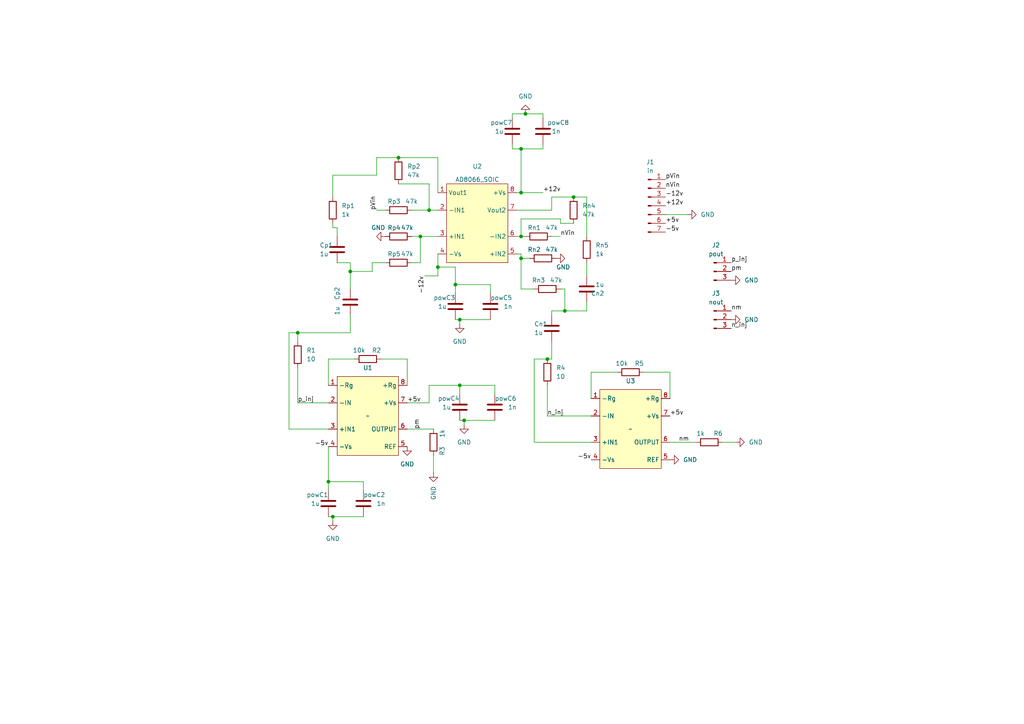
<source format=kicad_sch>
(kicad_sch (version 20230121) (generator eeschema)

  (uuid 7830768c-0492-4249-855a-b94e38376b73)

  (paper "A4")

  (lib_symbols
    (symbol "AD8132:AD623" (in_bom yes) (on_board yes)
      (property "Reference" "U" (at 0 0 0)
        (effects (font (size 1.27 1.27)))
      )
      (property "Value" "" (at 0 0 0)
        (effects (font (size 1.27 1.27)))
      )
      (property "Footprint" "" (at 0 0 0)
        (effects (font (size 1.27 1.27)) hide)
      )
      (property "Datasheet" "" (at 0 0 0)
        (effects (font (size 1.27 1.27)) hide)
      )
      (symbol "AD623_1_1"
        (rectangle (start -8.89 11.43) (end 8.89 -11.43)
          (stroke (width 0) (type default))
          (fill (type background))
        )
        (pin bidirectional line (at -11.43 8.89 0) (length 2.54)
          (name "-Rg" (effects (font (size 1.27 1.27))))
          (number "1" (effects (font (size 1.27 1.27))))
        )
        (pin bidirectional line (at -11.43 3.81 0) (length 2.54)
          (name "-IN" (effects (font (size 1.27 1.27))))
          (number "2" (effects (font (size 1.27 1.27))))
        )
        (pin bidirectional line (at -11.43 -3.81 0) (length 2.54)
          (name "+IN1" (effects (font (size 1.27 1.27))))
          (number "3" (effects (font (size 1.27 1.27))))
        )
        (pin bidirectional line (at -11.43 -8.89 0) (length 2.54)
          (name "-Vs" (effects (font (size 1.27 1.27))))
          (number "4" (effects (font (size 1.27 1.27))))
        )
        (pin bidirectional line (at 11.43 -8.89 180) (length 2.54)
          (name "REF" (effects (font (size 1.27 1.27))))
          (number "5" (effects (font (size 1.27 1.27))))
        )
        (pin bidirectional line (at 11.43 -3.81 180) (length 2.54)
          (name "OUTPUT" (effects (font (size 1.27 1.27))))
          (number "6" (effects (font (size 1.27 1.27))))
        )
        (pin bidirectional line (at 11.43 3.81 180) (length 2.54)
          (name "+Vs" (effects (font (size 1.27 1.27))))
          (number "7" (effects (font (size 1.27 1.27))))
        )
        (pin bidirectional line (at 11.43 8.89 180) (length 2.54)
          (name "+Rg" (effects (font (size 1.27 1.27))))
          (number "8" (effects (font (size 1.27 1.27))))
        )
      )
    )
    (symbol "AD8132:AD8066_SOIC" (in_bom yes) (on_board yes)
      (property "Reference" "U" (at 0 10.16 0)
        (effects (font (size 1.27 1.27)))
      )
      (property "Value" "AD8066_SOIC" (at 1.27 11.43 0)
        (effects (font (size 1.27 1.27)))
      )
      (property "Footprint" "" (at 1.27 11.43 0)
        (effects (font (size 1.27 1.27)) hide)
      )
      (property "Datasheet" "" (at 1.27 11.43 0)
        (effects (font (size 1.27 1.27)) hide)
      )
      (symbol "AD8066_SOIC_1_1"
        (rectangle (start -8.89 8.89) (end 8.89 -13.97)
          (stroke (width 0) (type default))
          (fill (type background))
        )
        (pin bidirectional line (at -11.43 6.35 0) (length 2.54)
          (name "Vout1" (effects (font (size 1.27 1.27))))
          (number "1" (effects (font (size 1.27 1.27))))
        )
        (pin bidirectional line (at -11.43 1.27 0) (length 2.54)
          (name "-IN1" (effects (font (size 1.27 1.27))))
          (number "2" (effects (font (size 1.27 1.27))))
        )
        (pin bidirectional line (at -11.43 -6.35 0) (length 2.54)
          (name "+IN1" (effects (font (size 1.27 1.27))))
          (number "3" (effects (font (size 1.27 1.27))))
        )
        (pin bidirectional line (at -11.43 -11.43 0) (length 2.54)
          (name "-Vs" (effects (font (size 1.27 1.27))))
          (number "4" (effects (font (size 1.27 1.27))))
        )
        (pin bidirectional line (at 11.43 -11.43 180) (length 2.54)
          (name "+IN2" (effects (font (size 1.27 1.27))))
          (number "5" (effects (font (size 1.27 1.27))))
        )
        (pin bidirectional line (at 11.43 -6.35 180) (length 2.54)
          (name "-IN2" (effects (font (size 1.27 1.27))))
          (number "6" (effects (font (size 1.27 1.27))))
        )
        (pin bidirectional line (at 11.43 1.27 180) (length 2.54)
          (name "Vout2" (effects (font (size 1.27 1.27))))
          (number "7" (effects (font (size 1.27 1.27))))
        )
        (pin bidirectional line (at 11.43 6.35 180) (length 2.54)
          (name "+Vs" (effects (font (size 1.27 1.27))))
          (number "8" (effects (font (size 1.27 1.27))))
        )
      )
    )
    (symbol "Connector:Conn_01x03_Pin" (pin_names (offset 1.016) hide) (in_bom yes) (on_board yes)
      (property "Reference" "J" (at 0 5.08 0)
        (effects (font (size 1.27 1.27)))
      )
      (property "Value" "Conn_01x03_Pin" (at 0 -5.08 0)
        (effects (font (size 1.27 1.27)))
      )
      (property "Footprint" "" (at 0 0 0)
        (effects (font (size 1.27 1.27)) hide)
      )
      (property "Datasheet" "~" (at 0 0 0)
        (effects (font (size 1.27 1.27)) hide)
      )
      (property "ki_locked" "" (at 0 0 0)
        (effects (font (size 1.27 1.27)))
      )
      (property "ki_keywords" "connector" (at 0 0 0)
        (effects (font (size 1.27 1.27)) hide)
      )
      (property "ki_description" "Generic connector, single row, 01x03, script generated" (at 0 0 0)
        (effects (font (size 1.27 1.27)) hide)
      )
      (property "ki_fp_filters" "Connector*:*_1x??_*" (at 0 0 0)
        (effects (font (size 1.27 1.27)) hide)
      )
      (symbol "Conn_01x03_Pin_1_1"
        (polyline
          (pts
            (xy 1.27 -2.54)
            (xy 0.8636 -2.54)
          )
          (stroke (width 0.1524) (type default))
          (fill (type none))
        )
        (polyline
          (pts
            (xy 1.27 0)
            (xy 0.8636 0)
          )
          (stroke (width 0.1524) (type default))
          (fill (type none))
        )
        (polyline
          (pts
            (xy 1.27 2.54)
            (xy 0.8636 2.54)
          )
          (stroke (width 0.1524) (type default))
          (fill (type none))
        )
        (rectangle (start 0.8636 -2.413) (end 0 -2.667)
          (stroke (width 0.1524) (type default))
          (fill (type outline))
        )
        (rectangle (start 0.8636 0.127) (end 0 -0.127)
          (stroke (width 0.1524) (type default))
          (fill (type outline))
        )
        (rectangle (start 0.8636 2.667) (end 0 2.413)
          (stroke (width 0.1524) (type default))
          (fill (type outline))
        )
        (pin passive line (at 5.08 2.54 180) (length 3.81)
          (name "Pin_1" (effects (font (size 1.27 1.27))))
          (number "1" (effects (font (size 1.27 1.27))))
        )
        (pin passive line (at 5.08 0 180) (length 3.81)
          (name "Pin_2" (effects (font (size 1.27 1.27))))
          (number "2" (effects (font (size 1.27 1.27))))
        )
        (pin passive line (at 5.08 -2.54 180) (length 3.81)
          (name "Pin_3" (effects (font (size 1.27 1.27))))
          (number "3" (effects (font (size 1.27 1.27))))
        )
      )
    )
    (symbol "Connector:Conn_01x07_Pin" (pin_names (offset 1.016) hide) (in_bom yes) (on_board yes)
      (property "Reference" "J" (at 0 10.16 0)
        (effects (font (size 1.27 1.27)))
      )
      (property "Value" "Conn_01x07_Pin" (at 0 -10.16 0)
        (effects (font (size 1.27 1.27)))
      )
      (property "Footprint" "" (at 0 0 0)
        (effects (font (size 1.27 1.27)) hide)
      )
      (property "Datasheet" "~" (at 0 0 0)
        (effects (font (size 1.27 1.27)) hide)
      )
      (property "ki_locked" "" (at 0 0 0)
        (effects (font (size 1.27 1.27)))
      )
      (property "ki_keywords" "connector" (at 0 0 0)
        (effects (font (size 1.27 1.27)) hide)
      )
      (property "ki_description" "Generic connector, single row, 01x07, script generated" (at 0 0 0)
        (effects (font (size 1.27 1.27)) hide)
      )
      (property "ki_fp_filters" "Connector*:*_1x??_*" (at 0 0 0)
        (effects (font (size 1.27 1.27)) hide)
      )
      (symbol "Conn_01x07_Pin_1_1"
        (polyline
          (pts
            (xy 1.27 -7.62)
            (xy 0.8636 -7.62)
          )
          (stroke (width 0.1524) (type default))
          (fill (type none))
        )
        (polyline
          (pts
            (xy 1.27 -5.08)
            (xy 0.8636 -5.08)
          )
          (stroke (width 0.1524) (type default))
          (fill (type none))
        )
        (polyline
          (pts
            (xy 1.27 -2.54)
            (xy 0.8636 -2.54)
          )
          (stroke (width 0.1524) (type default))
          (fill (type none))
        )
        (polyline
          (pts
            (xy 1.27 0)
            (xy 0.8636 0)
          )
          (stroke (width 0.1524) (type default))
          (fill (type none))
        )
        (polyline
          (pts
            (xy 1.27 2.54)
            (xy 0.8636 2.54)
          )
          (stroke (width 0.1524) (type default))
          (fill (type none))
        )
        (polyline
          (pts
            (xy 1.27 5.08)
            (xy 0.8636 5.08)
          )
          (stroke (width 0.1524) (type default))
          (fill (type none))
        )
        (polyline
          (pts
            (xy 1.27 7.62)
            (xy 0.8636 7.62)
          )
          (stroke (width 0.1524) (type default))
          (fill (type none))
        )
        (rectangle (start 0.8636 -7.493) (end 0 -7.747)
          (stroke (width 0.1524) (type default))
          (fill (type outline))
        )
        (rectangle (start 0.8636 -4.953) (end 0 -5.207)
          (stroke (width 0.1524) (type default))
          (fill (type outline))
        )
        (rectangle (start 0.8636 -2.413) (end 0 -2.667)
          (stroke (width 0.1524) (type default))
          (fill (type outline))
        )
        (rectangle (start 0.8636 0.127) (end 0 -0.127)
          (stroke (width 0.1524) (type default))
          (fill (type outline))
        )
        (rectangle (start 0.8636 2.667) (end 0 2.413)
          (stroke (width 0.1524) (type default))
          (fill (type outline))
        )
        (rectangle (start 0.8636 5.207) (end 0 4.953)
          (stroke (width 0.1524) (type default))
          (fill (type outline))
        )
        (rectangle (start 0.8636 7.747) (end 0 7.493)
          (stroke (width 0.1524) (type default))
          (fill (type outline))
        )
        (pin passive line (at 5.08 7.62 180) (length 3.81)
          (name "Pin_1" (effects (font (size 1.27 1.27))))
          (number "1" (effects (font (size 1.27 1.27))))
        )
        (pin passive line (at 5.08 5.08 180) (length 3.81)
          (name "Pin_2" (effects (font (size 1.27 1.27))))
          (number "2" (effects (font (size 1.27 1.27))))
        )
        (pin passive line (at 5.08 2.54 180) (length 3.81)
          (name "Pin_3" (effects (font (size 1.27 1.27))))
          (number "3" (effects (font (size 1.27 1.27))))
        )
        (pin passive line (at 5.08 0 180) (length 3.81)
          (name "Pin_4" (effects (font (size 1.27 1.27))))
          (number "4" (effects (font (size 1.27 1.27))))
        )
        (pin passive line (at 5.08 -2.54 180) (length 3.81)
          (name "Pin_5" (effects (font (size 1.27 1.27))))
          (number "5" (effects (font (size 1.27 1.27))))
        )
        (pin passive line (at 5.08 -5.08 180) (length 3.81)
          (name "Pin_6" (effects (font (size 1.27 1.27))))
          (number "6" (effects (font (size 1.27 1.27))))
        )
        (pin passive line (at 5.08 -7.62 180) (length 3.81)
          (name "Pin_7" (effects (font (size 1.27 1.27))))
          (number "7" (effects (font (size 1.27 1.27))))
        )
      )
    )
    (symbol "Device:C" (pin_numbers hide) (pin_names (offset 0.254)) (in_bom yes) (on_board yes)
      (property "Reference" "C" (at 0.635 2.54 0)
        (effects (font (size 1.27 1.27)) (justify left))
      )
      (property "Value" "C" (at 0.635 -2.54 0)
        (effects (font (size 1.27 1.27)) (justify left))
      )
      (property "Footprint" "" (at 0.9652 -3.81 0)
        (effects (font (size 1.27 1.27)) hide)
      )
      (property "Datasheet" "~" (at 0 0 0)
        (effects (font (size 1.27 1.27)) hide)
      )
      (property "ki_keywords" "cap capacitor" (at 0 0 0)
        (effects (font (size 1.27 1.27)) hide)
      )
      (property "ki_description" "Unpolarized capacitor" (at 0 0 0)
        (effects (font (size 1.27 1.27)) hide)
      )
      (property "ki_fp_filters" "C_*" (at 0 0 0)
        (effects (font (size 1.27 1.27)) hide)
      )
      (symbol "C_0_1"
        (polyline
          (pts
            (xy -2.032 -0.762)
            (xy 2.032 -0.762)
          )
          (stroke (width 0.508) (type default))
          (fill (type none))
        )
        (polyline
          (pts
            (xy -2.032 0.762)
            (xy 2.032 0.762)
          )
          (stroke (width 0.508) (type default))
          (fill (type none))
        )
      )
      (symbol "C_1_1"
        (pin passive line (at 0 3.81 270) (length 2.794)
          (name "~" (effects (font (size 1.27 1.27))))
          (number "1" (effects (font (size 1.27 1.27))))
        )
        (pin passive line (at 0 -3.81 90) (length 2.794)
          (name "~" (effects (font (size 1.27 1.27))))
          (number "2" (effects (font (size 1.27 1.27))))
        )
      )
    )
    (symbol "Device:R" (pin_numbers hide) (pin_names (offset 0)) (in_bom yes) (on_board yes)
      (property "Reference" "R" (at 2.032 0 90)
        (effects (font (size 1.27 1.27)))
      )
      (property "Value" "R" (at 0 0 90)
        (effects (font (size 1.27 1.27)))
      )
      (property "Footprint" "" (at -1.778 0 90)
        (effects (font (size 1.27 1.27)) hide)
      )
      (property "Datasheet" "~" (at 0 0 0)
        (effects (font (size 1.27 1.27)) hide)
      )
      (property "ki_keywords" "R res resistor" (at 0 0 0)
        (effects (font (size 1.27 1.27)) hide)
      )
      (property "ki_description" "Resistor" (at 0 0 0)
        (effects (font (size 1.27 1.27)) hide)
      )
      (property "ki_fp_filters" "R_*" (at 0 0 0)
        (effects (font (size 1.27 1.27)) hide)
      )
      (symbol "R_0_1"
        (rectangle (start -1.016 -2.54) (end 1.016 2.54)
          (stroke (width 0.254) (type default))
          (fill (type none))
        )
      )
      (symbol "R_1_1"
        (pin passive line (at 0 3.81 270) (length 1.27)
          (name "~" (effects (font (size 1.27 1.27))))
          (number "1" (effects (font (size 1.27 1.27))))
        )
        (pin passive line (at 0 -3.81 90) (length 1.27)
          (name "~" (effects (font (size 1.27 1.27))))
          (number "2" (effects (font (size 1.27 1.27))))
        )
      )
    )
    (symbol "power:GND" (power) (pin_names (offset 0)) (in_bom yes) (on_board yes)
      (property "Reference" "#PWR" (at 0 -6.35 0)
        (effects (font (size 1.27 1.27)) hide)
      )
      (property "Value" "GND" (at 0 -3.81 0)
        (effects (font (size 1.27 1.27)))
      )
      (property "Footprint" "" (at 0 0 0)
        (effects (font (size 1.27 1.27)) hide)
      )
      (property "Datasheet" "" (at 0 0 0)
        (effects (font (size 1.27 1.27)) hide)
      )
      (property "ki_keywords" "global power" (at 0 0 0)
        (effects (font (size 1.27 1.27)) hide)
      )
      (property "ki_description" "Power symbol creates a global label with name \"GND\" , ground" (at 0 0 0)
        (effects (font (size 1.27 1.27)) hide)
      )
      (symbol "GND_0_1"
        (polyline
          (pts
            (xy 0 0)
            (xy 0 -1.27)
            (xy 1.27 -1.27)
            (xy 0 -2.54)
            (xy -1.27 -1.27)
            (xy 0 -1.27)
          )
          (stroke (width 0) (type default))
          (fill (type none))
        )
      )
      (symbol "GND_1_1"
        (pin power_in line (at 0 0 270) (length 0) hide
          (name "GND" (effects (font (size 1.27 1.27))))
          (number "1" (effects (font (size 1.27 1.27))))
        )
      )
    )
  )

  (junction (at 151.13 68.58) (diameter 0) (color 0 0 0 0)
    (uuid 0363e515-4052-4c50-ad4b-d85590cb03a2)
  )
  (junction (at 151.13 55.88) (diameter 0) (color 0 0 0 0)
    (uuid 16118833-4e6d-456a-82d3-06ef66888c2a)
  )
  (junction (at 96.52 149.86) (diameter 0) (color 0 0 0 0)
    (uuid 1b1207b6-f00e-415c-84b4-e6c69916e879)
  )
  (junction (at 134.62 121.92) (diameter 0) (color 0 0 0 0)
    (uuid 1cb9bf3f-4f97-41ad-b6d8-72a93e49df41)
  )
  (junction (at 166.37 57.15) (diameter 0) (color 0 0 0 0)
    (uuid 22c7069f-b012-4c17-a84f-daf0cc8f3b7a)
  )
  (junction (at 101.6 78.74) (diameter 0) (color 0 0 0 0)
    (uuid 2463e5d0-fc95-47ad-930c-c2e757293035)
  )
  (junction (at 95.25 139.7) (diameter 0) (color 0 0 0 0)
    (uuid 363f7ee6-4f2f-408c-8932-e7a83df12392)
  )
  (junction (at 86.36 96.52) (diameter 0) (color 0 0 0 0)
    (uuid 52bc0b71-755f-42bd-80bd-b896736b4a95)
  )
  (junction (at 151.13 74.93) (diameter 0) (color 0 0 0 0)
    (uuid 566499f4-936b-420e-b77f-6d106c09bc01)
  )
  (junction (at 127 77.47) (diameter 0) (color 0 0 0 0)
    (uuid 675a91e0-e1ed-413f-a88a-358fb1513826)
  )
  (junction (at 158.75 104.14) (diameter 0) (color 0 0 0 0)
    (uuid 6f0ad519-2c2d-4170-8e96-6039622d8fcc)
  )
  (junction (at 132.08 82.55) (diameter 0) (color 0 0 0 0)
    (uuid 71858edf-305f-45f2-88ec-6cd35ff1d996)
  )
  (junction (at 152.4 33.02) (diameter 0) (color 0 0 0 0)
    (uuid 7682de96-dcf5-4b84-873e-e131275552dd)
  )
  (junction (at 163.83 90.17) (diameter 0) (color 0 0 0 0)
    (uuid 8e27b7d6-a812-456c-8761-7cc8d7c3c45b)
  )
  (junction (at 124.46 60.96) (diameter 0) (color 0 0 0 0)
    (uuid 9460d13e-05dc-4c46-a72b-35e79897a121)
  )
  (junction (at 133.35 92.71) (diameter 0) (color 0 0 0 0)
    (uuid a97a97de-d671-4ee0-85f6-3a4f5820db37)
  )
  (junction (at 121.92 68.58) (diameter 0) (color 0 0 0 0)
    (uuid cdefe036-4058-4701-a98f-379f802bde0c)
  )
  (junction (at 115.57 45.72) (diameter 0) (color 0 0 0 0)
    (uuid cebee7a6-f0a3-4408-802f-9bde671cff82)
  )
  (junction (at 151.13 43.18) (diameter 0) (color 0 0 0 0)
    (uuid e1b8a846-c9c2-4431-b628-eeff5642a5d2)
  )
  (junction (at 133.35 111.76) (diameter 0) (color 0 0 0 0)
    (uuid f9743cad-4826-45f2-9e19-1231174e1877)
  )

  (wire (pts (xy 163.83 90.17) (xy 160.02 90.17))
    (stroke (width 0) (type default))
    (uuid 00f50466-ce65-494d-99fc-91d3368ed10d)
  )
  (wire (pts (xy 149.86 73.66) (xy 151.13 73.66))
    (stroke (width 0) (type default))
    (uuid 02537a9e-1def-4ccb-bd26-b75e5a156e4a)
  )
  (wire (pts (xy 121.92 68.58) (xy 127 68.58))
    (stroke (width 0) (type default))
    (uuid 05ebc203-a590-4050-8e7c-9cdf9f22771a)
  )
  (wire (pts (xy 149.86 60.96) (xy 160.02 60.96))
    (stroke (width 0) (type default))
    (uuid 060ceb26-a398-43f3-a593-d4aa7a688a9f)
  )
  (wire (pts (xy 119.38 60.96) (xy 124.46 60.96))
    (stroke (width 0) (type default))
    (uuid 0d4ea984-7d51-4695-8f3d-0572f80545f7)
  )
  (wire (pts (xy 97.79 66.04) (xy 96.52 66.04))
    (stroke (width 0) (type default))
    (uuid 10408362-9c63-4402-b0f9-b83483d5a8eb)
  )
  (wire (pts (xy 95.25 139.7) (xy 105.41 139.7))
    (stroke (width 0) (type default))
    (uuid 13fdd03a-ae41-4bd7-85be-5bac02f5a462)
  )
  (wire (pts (xy 134.62 121.92) (xy 134.62 123.19))
    (stroke (width 0) (type default))
    (uuid 15324b76-76ab-4bff-a9cc-0c80cd745120)
  )
  (wire (pts (xy 152.4 33.02) (xy 157.48 33.02))
    (stroke (width 0) (type default))
    (uuid 17e4d2a5-49a3-402f-9148-aa55886dbdb3)
  )
  (wire (pts (xy 86.36 106.68) (xy 86.36 116.84))
    (stroke (width 0) (type default))
    (uuid 1dc1e58f-8f89-42b4-9c2f-06c58a19b382)
  )
  (wire (pts (xy 199.39 62.23) (xy 193.04 62.23))
    (stroke (width 0) (type default))
    (uuid 1dd57dae-7bf5-437e-8c3b-cd1d347ecc77)
  )
  (wire (pts (xy 151.13 73.66) (xy 151.13 74.93))
    (stroke (width 0) (type default))
    (uuid 1df60f35-f83a-4dfe-bf49-949e24e3567e)
  )
  (wire (pts (xy 170.18 76.2) (xy 170.18 80.01))
    (stroke (width 0) (type default))
    (uuid 1ed2fa8e-db09-43fb-98e3-aa5d23056dfd)
  )
  (wire (pts (xy 157.48 41.91) (xy 157.48 43.18))
    (stroke (width 0) (type default))
    (uuid 26056e93-a3db-4fef-9e0b-69a2f42b20d8)
  )
  (wire (pts (xy 121.92 68.58) (xy 121.92 76.2))
    (stroke (width 0) (type default))
    (uuid 26bd92e5-37bb-4ceb-ab2d-a54db1821d62)
  )
  (wire (pts (xy 109.22 60.96) (xy 111.76 60.96))
    (stroke (width 0) (type default))
    (uuid 26ff7144-e6a6-445f-8e2b-ad03798691d5)
  )
  (wire (pts (xy 149.86 68.58) (xy 151.13 68.58))
    (stroke (width 0) (type default))
    (uuid 299d8afc-7773-4335-885e-5d27f3512b5e)
  )
  (wire (pts (xy 124.46 53.34) (xy 115.57 53.34))
    (stroke (width 0) (type default))
    (uuid 2c412edd-f853-4826-99fa-e32e48e94381)
  )
  (wire (pts (xy 86.36 96.52) (xy 86.36 99.06))
    (stroke (width 0) (type default))
    (uuid 2e2e9e87-067e-43f7-ade8-05afddc53da0)
  )
  (wire (pts (xy 133.35 114.3) (xy 133.35 111.76))
    (stroke (width 0) (type default))
    (uuid 2eb000a6-b0a6-44f2-baab-9ce88554ae0e)
  )
  (wire (pts (xy 127 77.47) (xy 127 73.66))
    (stroke (width 0) (type default))
    (uuid 311e6cb7-b702-4ed3-9f7b-66ce1ad88d6a)
  )
  (wire (pts (xy 132.08 82.55) (xy 142.24 82.55))
    (stroke (width 0) (type default))
    (uuid 362a3f92-8d9e-430f-9fd5-e30c000c7d2d)
  )
  (wire (pts (xy 160.02 68.58) (xy 162.56 68.58))
    (stroke (width 0) (type default))
    (uuid 38a3a468-935a-4427-bc16-6320c8a6a5da)
  )
  (wire (pts (xy 166.37 57.15) (xy 170.18 57.15))
    (stroke (width 0) (type default))
    (uuid 3fe90f49-c604-42df-812b-d8f38ff6f780)
  )
  (wire (pts (xy 118.11 124.46) (xy 125.73 124.46))
    (stroke (width 0) (type default))
    (uuid 4203ae72-c075-46bf-9652-022fa3c80f95)
  )
  (wire (pts (xy 107.95 78.74) (xy 101.6 78.74))
    (stroke (width 0) (type default))
    (uuid 42055a03-9232-4eab-b123-e0ce99efa926)
  )
  (wire (pts (xy 119.38 68.58) (xy 121.92 68.58))
    (stroke (width 0) (type default))
    (uuid 4449a167-3875-45bc-a2a3-014e8319a440)
  )
  (wire (pts (xy 171.45 107.95) (xy 171.45 115.57))
    (stroke (width 0) (type default))
    (uuid 455ddf36-ac2e-4838-9928-7a17fa6c382d)
  )
  (wire (pts (xy 110.49 104.14) (xy 118.11 104.14))
    (stroke (width 0) (type default))
    (uuid 47136afe-50f7-4479-86f3-2d43ccea1eb7)
  )
  (wire (pts (xy 96.52 50.8) (xy 96.52 57.15))
    (stroke (width 0) (type default))
    (uuid 47f0ae6f-3cd6-4802-be13-0b6c93d491a1)
  )
  (wire (pts (xy 95.25 149.86) (xy 96.52 149.86))
    (stroke (width 0) (type default))
    (uuid 4b4167fd-e84e-4c13-a454-262be538bca6)
  )
  (wire (pts (xy 86.36 96.52) (xy 101.6 96.52))
    (stroke (width 0) (type default))
    (uuid 4b51c6fd-c6cf-468f-8424-017bd7861b5e)
  )
  (wire (pts (xy 125.73 132.08) (xy 125.73 137.16))
    (stroke (width 0) (type default))
    (uuid 4c08dbf9-4a7c-4900-9f8c-2aeb3904afe0)
  )
  (wire (pts (xy 132.08 85.09) (xy 132.08 82.55))
    (stroke (width 0) (type default))
    (uuid 4fe01be9-e976-47d0-bd91-ca3ef1231f2a)
  )
  (wire (pts (xy 96.52 149.86) (xy 96.52 151.13))
    (stroke (width 0) (type default))
    (uuid 52806d9b-5d04-423f-bac0-907a2397f705)
  )
  (wire (pts (xy 151.13 83.82) (xy 154.94 83.82))
    (stroke (width 0) (type default))
    (uuid 5429f1f1-b69f-4338-bf08-73086c0f6f74)
  )
  (wire (pts (xy 83.82 124.46) (xy 95.25 124.46))
    (stroke (width 0) (type default))
    (uuid 58b6c143-0e4e-4aeb-b26a-d2559e31a798)
  )
  (wire (pts (xy 162.56 63.5) (xy 162.56 64.77))
    (stroke (width 0) (type default))
    (uuid 5a1d0889-22f5-4229-8fdf-170e4ff7f094)
  )
  (wire (pts (xy 142.24 82.55) (xy 142.24 85.09))
    (stroke (width 0) (type default))
    (uuid 5abacd76-2c43-4c44-8078-fa195aaad25d)
  )
  (wire (pts (xy 132.08 92.71) (xy 133.35 92.71))
    (stroke (width 0) (type default))
    (uuid 5b4d5fae-4ed7-405e-889f-7972cd37bb48)
  )
  (wire (pts (xy 101.6 76.2) (xy 101.6 78.74))
    (stroke (width 0) (type default))
    (uuid 5d8e049f-e6b9-46cf-829c-595dce34d526)
  )
  (wire (pts (xy 118.11 116.84) (xy 124.46 116.84))
    (stroke (width 0) (type default))
    (uuid 5e82cb0a-abe8-4374-a8e6-aab4e7634dcc)
  )
  (wire (pts (xy 154.94 128.27) (xy 154.94 104.14))
    (stroke (width 0) (type default))
    (uuid 5fcd503a-70c5-423c-900a-e3871c23c78e)
  )
  (wire (pts (xy 160.02 60.96) (xy 160.02 57.15))
    (stroke (width 0) (type default))
    (uuid 63c8b01d-acca-4331-a03e-28da8bf40e31)
  )
  (wire (pts (xy 107.95 76.2) (xy 107.95 78.74))
    (stroke (width 0) (type default))
    (uuid 656b3f9e-b5d2-449f-827f-6942ac21bffe)
  )
  (wire (pts (xy 170.18 90.17) (xy 170.18 87.63))
    (stroke (width 0) (type default))
    (uuid 663895cf-abfd-475b-a1cf-eaf4ff2c345b)
  )
  (wire (pts (xy 160.02 90.17) (xy 160.02 91.44))
    (stroke (width 0) (type default))
    (uuid 66af4262-06d0-442f-ab58-4edf46377afa)
  )
  (wire (pts (xy 124.46 116.84) (xy 124.46 111.76))
    (stroke (width 0) (type default))
    (uuid 67dcca24-7735-4aac-aa9f-423ee0de3a37)
  )
  (wire (pts (xy 132.08 77.47) (xy 127 77.47))
    (stroke (width 0) (type default))
    (uuid 6ca097b2-23ac-488d-a916-5ae8d9c64d0e)
  )
  (wire (pts (xy 160.02 104.14) (xy 158.75 104.14))
    (stroke (width 0) (type default))
    (uuid 6d089d04-215e-443f-9415-c1ab5820c99b)
  )
  (wire (pts (xy 118.11 104.14) (xy 118.11 111.76))
    (stroke (width 0) (type default))
    (uuid 7026775f-b758-49cf-b705-4ab326389c64)
  )
  (wire (pts (xy 158.75 120.65) (xy 171.45 120.65))
    (stroke (width 0) (type default))
    (uuid 75358a0c-f16e-4486-9c59-d7a80da12e15)
  )
  (wire (pts (xy 209.55 128.27) (xy 213.36 128.27))
    (stroke (width 0) (type default))
    (uuid 7872638f-3bc5-4704-97d2-c6d602d13931)
  )
  (wire (pts (xy 95.25 104.14) (xy 102.87 104.14))
    (stroke (width 0) (type default))
    (uuid 7e74ec42-c94a-44a4-bd48-9db3672826df)
  )
  (wire (pts (xy 101.6 78.74) (xy 101.6 83.82))
    (stroke (width 0) (type default))
    (uuid 81ceae5d-da74-4985-93d9-1c6a7edcb75a)
  )
  (wire (pts (xy 101.6 91.44) (xy 101.6 96.52))
    (stroke (width 0) (type default))
    (uuid 83aceace-8133-4b8c-bc65-6d1dcdb27952)
  )
  (wire (pts (xy 97.79 76.2) (xy 101.6 76.2))
    (stroke (width 0) (type default))
    (uuid 8419e6d9-ecc3-42d9-90be-bf11421324aa)
  )
  (wire (pts (xy 95.25 111.76) (xy 95.25 104.14))
    (stroke (width 0) (type default))
    (uuid 84eb9104-d487-4180-afa1-fefc179fb631)
  )
  (wire (pts (xy 160.02 57.15) (xy 166.37 57.15))
    (stroke (width 0) (type default))
    (uuid 86d8d796-e953-4629-a3ae-6261ecf4fa49)
  )
  (wire (pts (xy 95.25 129.54) (xy 95.25 139.7))
    (stroke (width 0) (type default))
    (uuid 8e9c4cac-707a-4c3c-8425-497bad696144)
  )
  (wire (pts (xy 143.51 111.76) (xy 143.51 114.3))
    (stroke (width 0) (type default))
    (uuid 9065c294-4276-4e87-94a6-d9d7617ab7ba)
  )
  (wire (pts (xy 133.35 121.92) (xy 134.62 121.92))
    (stroke (width 0) (type default))
    (uuid 930f69b1-fe8d-42c7-926c-2b53d75e9063)
  )
  (wire (pts (xy 194.31 107.95) (xy 194.31 115.57))
    (stroke (width 0) (type default))
    (uuid 94858a67-d68a-40c2-b6a8-f14a190f7b64)
  )
  (wire (pts (xy 151.13 43.18) (xy 157.48 43.18))
    (stroke (width 0) (type default))
    (uuid 9567a86a-bd63-4954-ad10-529998e903e7)
  )
  (wire (pts (xy 171.45 128.27) (xy 154.94 128.27))
    (stroke (width 0) (type default))
    (uuid 97d0455f-3b49-4b4c-ae0b-5d797bbdfc74)
  )
  (wire (pts (xy 151.13 74.93) (xy 153.67 74.93))
    (stroke (width 0) (type default))
    (uuid 97fbdc1f-5c29-4f5b-9ba9-54d9e7ccbb37)
  )
  (wire (pts (xy 148.59 43.18) (xy 151.13 43.18))
    (stroke (width 0) (type default))
    (uuid 9829db19-54b8-4690-9d27-95e92b173aa1)
  )
  (wire (pts (xy 115.57 45.72) (xy 127 45.72))
    (stroke (width 0) (type default))
    (uuid 9adb7a11-48af-4519-9f82-8069834be6ec)
  )
  (wire (pts (xy 157.48 34.29) (xy 157.48 33.02))
    (stroke (width 0) (type default))
    (uuid 9ee4d5e9-bc42-4317-a71b-025f0dd17cb4)
  )
  (wire (pts (xy 124.46 60.96) (xy 124.46 53.34))
    (stroke (width 0) (type default))
    (uuid a4109320-ce52-4a15-ab6e-ce8fd6d9e0aa)
  )
  (wire (pts (xy 105.41 139.7) (xy 105.41 142.24))
    (stroke (width 0) (type default))
    (uuid a512ebe9-b646-49be-a793-1374fe929eb0)
  )
  (wire (pts (xy 160.02 99.06) (xy 160.02 104.14))
    (stroke (width 0) (type default))
    (uuid a80d3d6e-a2ea-42ee-9a50-f4aeabb9186e)
  )
  (wire (pts (xy 133.35 92.71) (xy 133.35 93.98))
    (stroke (width 0) (type default))
    (uuid a8d2afc8-3fe3-4863-b54a-2a0a3d40c371)
  )
  (wire (pts (xy 149.86 55.88) (xy 151.13 55.88))
    (stroke (width 0) (type default))
    (uuid ab20006f-3a49-488c-9c53-c23490b45f28)
  )
  (wire (pts (xy 96.52 149.86) (xy 105.41 149.86))
    (stroke (width 0) (type default))
    (uuid add33229-8622-462a-bbbf-e352cb9a09ed)
  )
  (wire (pts (xy 124.46 60.96) (xy 127 60.96))
    (stroke (width 0) (type default))
    (uuid b2f45a50-3402-460d-98f5-6d6f793eb926)
  )
  (wire (pts (xy 123.19 80.01) (xy 127 80.01))
    (stroke (width 0) (type default))
    (uuid b641e461-230c-4f94-9c0a-f8882675ed78)
  )
  (wire (pts (xy 124.46 111.76) (xy 133.35 111.76))
    (stroke (width 0) (type default))
    (uuid b811042f-729a-4c20-a4db-6e93e5b9ae0a)
  )
  (wire (pts (xy 163.83 83.82) (xy 163.83 90.17))
    (stroke (width 0) (type default))
    (uuid bb15eef8-0e12-4d8f-9cd8-d0879a31e100)
  )
  (wire (pts (xy 133.35 92.71) (xy 142.24 92.71))
    (stroke (width 0) (type default))
    (uuid bc3b3ff5-55c2-42e4-a738-5579af5ef042)
  )
  (wire (pts (xy 133.35 111.76) (xy 143.51 111.76))
    (stroke (width 0) (type default))
    (uuid bd7de52a-7f1c-4ba5-a3ba-a5944bd1a9e4)
  )
  (wire (pts (xy 95.25 142.24) (xy 95.25 139.7))
    (stroke (width 0) (type default))
    (uuid bf096bf3-07eb-4642-b849-3c8f10085578)
  )
  (wire (pts (xy 148.59 41.91) (xy 148.59 43.18))
    (stroke (width 0) (type default))
    (uuid bfdb1320-a8c9-4c64-a972-b3a234b2bbdb)
  )
  (wire (pts (xy 109.22 45.72) (xy 115.57 45.72))
    (stroke (width 0) (type default))
    (uuid c165df15-a37f-4150-bd52-9e11847c116f)
  )
  (wire (pts (xy 158.75 111.76) (xy 158.75 120.65))
    (stroke (width 0) (type default))
    (uuid c3d9c6a8-4369-4a17-8381-9c31f7155126)
  )
  (wire (pts (xy 119.38 76.2) (xy 121.92 76.2))
    (stroke (width 0) (type default))
    (uuid c8eead01-a8e0-437d-a81a-780fa923083e)
  )
  (wire (pts (xy 151.13 74.93) (xy 151.13 83.82))
    (stroke (width 0) (type default))
    (uuid c9068e67-afd6-44cf-9933-04053134c09c)
  )
  (wire (pts (xy 109.22 50.8) (xy 96.52 50.8))
    (stroke (width 0) (type default))
    (uuid ca1c3b3e-06f7-4003-8937-596d94e18d84)
  )
  (wire (pts (xy 97.79 66.04) (xy 97.79 68.58))
    (stroke (width 0) (type default))
    (uuid ca286737-d9af-4b3d-853e-108e70db5ce6)
  )
  (wire (pts (xy 162.56 64.77) (xy 166.37 64.77))
    (stroke (width 0) (type default))
    (uuid cd4f3732-a4a1-470b-8fb0-3f1d6db8456a)
  )
  (wire (pts (xy 86.36 96.52) (xy 83.82 96.52))
    (stroke (width 0) (type default))
    (uuid cd58ea93-eea7-4dff-ad68-56c6a0cc410d)
  )
  (wire (pts (xy 151.13 43.18) (xy 151.13 55.88))
    (stroke (width 0) (type default))
    (uuid cdd8e6f6-e20f-4e85-b964-5e0a84df3c04)
  )
  (wire (pts (xy 170.18 57.15) (xy 170.18 68.58))
    (stroke (width 0) (type default))
    (uuid ce1c329b-685b-4d24-8d73-b14aa95d68b0)
  )
  (wire (pts (xy 151.13 68.58) (xy 151.13 63.5))
    (stroke (width 0) (type default))
    (uuid d4c79a3a-0387-4288-964f-c0c1c1ed4c71)
  )
  (wire (pts (xy 96.52 64.77) (xy 96.52 66.04))
    (stroke (width 0) (type default))
    (uuid d5186e3d-d4a1-46c5-9efc-821e7a0dad2c)
  )
  (wire (pts (xy 179.07 107.95) (xy 171.45 107.95))
    (stroke (width 0) (type default))
    (uuid d8c9b2a5-620a-4f5b-86d2-9c654210ef9e)
  )
  (wire (pts (xy 148.59 33.02) (xy 148.59 34.29))
    (stroke (width 0) (type default))
    (uuid dc9f2a88-30c4-4a8c-a296-eeda1f6ed6d0)
  )
  (wire (pts (xy 162.56 83.82) (xy 163.83 83.82))
    (stroke (width 0) (type default))
    (uuid e1459eed-5c87-4f53-b72f-eb76a783ee7c)
  )
  (wire (pts (xy 86.36 116.84) (xy 95.25 116.84))
    (stroke (width 0) (type default))
    (uuid e1eb94e9-2781-4047-9264-885ef7ce7f09)
  )
  (wire (pts (xy 109.22 50.8) (xy 109.22 45.72))
    (stroke (width 0) (type default))
    (uuid e6d3c30e-d359-40ec-9edc-1c71f8d582fb)
  )
  (wire (pts (xy 111.76 76.2) (xy 107.95 76.2))
    (stroke (width 0) (type default))
    (uuid e906554c-a471-42d5-bb6e-fddaba424633)
  )
  (wire (pts (xy 186.69 107.95) (xy 194.31 107.95))
    (stroke (width 0) (type default))
    (uuid eaa5c455-bcf9-4cb1-b653-2b6d95fd1068)
  )
  (wire (pts (xy 151.13 68.58) (xy 152.4 68.58))
    (stroke (width 0) (type default))
    (uuid efe6890b-75b2-48a0-93bf-8d24f4ade726)
  )
  (wire (pts (xy 163.83 90.17) (xy 170.18 90.17))
    (stroke (width 0) (type default))
    (uuid f02aeacb-1af0-48c6-a9e2-951051f37934)
  )
  (wire (pts (xy 151.13 63.5) (xy 162.56 63.5))
    (stroke (width 0) (type default))
    (uuid f068f21b-4665-452d-aafc-825d28eb35da)
  )
  (wire (pts (xy 127 80.01) (xy 127 77.47))
    (stroke (width 0) (type default))
    (uuid f1730e08-cb26-4216-a11d-da14cc6d6e17)
  )
  (wire (pts (xy 132.08 82.55) (xy 132.08 77.47))
    (stroke (width 0) (type default))
    (uuid f1880b68-9e9e-4ee0-83f2-5389669f79b5)
  )
  (wire (pts (xy 194.31 128.27) (xy 201.93 128.27))
    (stroke (width 0) (type default))
    (uuid f38405c1-099c-4d30-a95a-493c63225fec)
  )
  (wire (pts (xy 127 55.88) (xy 127 45.72))
    (stroke (width 0) (type default))
    (uuid f410f267-40a2-4751-a1cf-3f91521daf33)
  )
  (wire (pts (xy 154.94 104.14) (xy 158.75 104.14))
    (stroke (width 0) (type default))
    (uuid f66f033e-5c43-498e-9960-471f8adc9828)
  )
  (wire (pts (xy 134.62 121.92) (xy 143.51 121.92))
    (stroke (width 0) (type default))
    (uuid fac42400-e9cc-4435-9bca-9da54c81496b)
  )
  (wire (pts (xy 151.13 55.88) (xy 157.48 55.88))
    (stroke (width 0) (type default))
    (uuid faf62117-1fb4-4f9f-b68b-cab56afb8410)
  )
  (wire (pts (xy 83.82 96.52) (xy 83.82 124.46))
    (stroke (width 0) (type default))
    (uuid fc607963-d10a-4a21-8426-47bdd591107a)
  )
  (wire (pts (xy 152.4 33.02) (xy 148.59 33.02))
    (stroke (width 0) (type default))
    (uuid fe56ca91-39bc-4438-9dda-a24c44c1f9c9)
  )

  (label "p_inj" (at 212.09 76.2 0) (fields_autoplaced)
    (effects (font (size 1.27 1.27)) (justify left bottom))
    (uuid 03929070-5c9a-4bc3-8468-74ede4a06f74)
  )
  (label "nm" (at 196.85 128.27 0) (fields_autoplaced)
    (effects (font (size 1.27 1.27)) (justify left bottom))
    (uuid 05cb4d62-1972-4962-9dc0-5b86b55c5c88)
  )
  (label "+5v" (at 194.31 120.65 0) (fields_autoplaced)
    (effects (font (size 1.27 1.27)) (justify left bottom))
    (uuid 0738dc9d-ef5b-4b31-baff-4831292d99a5)
  )
  (label "nVin" (at 162.56 68.58 0) (fields_autoplaced)
    (effects (font (size 1.27 1.27)) (justify left bottom))
    (uuid 09e5f5eb-56dd-4a88-ad41-8e9e547d720b)
  )
  (label "pm" (at 121.92 124.46 90) (fields_autoplaced)
    (effects (font (size 1.27 1.27)) (justify left bottom))
    (uuid 0db4db8f-cd2a-412a-8ce3-4d38b1c0e3c0)
  )
  (label "+5v" (at 193.04 64.77 0) (fields_autoplaced)
    (effects (font (size 1.27 1.27)) (justify left bottom))
    (uuid 0f407a18-fbd6-4be2-add7-8a53292bb381)
  )
  (label "-5v" (at 95.25 129.54 180) (fields_autoplaced)
    (effects (font (size 1.27 1.27)) (justify right bottom))
    (uuid 15c4432b-8958-4028-937c-ace026844944)
  )
  (label "+5v" (at 118.11 116.84 0) (fields_autoplaced)
    (effects (font (size 1.27 1.27)) (justify left bottom))
    (uuid 1afa890b-ae45-4529-9e69-d4d6f420d97f)
  )
  (label "+12v" (at 193.04 59.69 0) (fields_autoplaced)
    (effects (font (size 1.27 1.27)) (justify left bottom))
    (uuid 25dc3779-8f0c-4c0d-acf7-7bd0d2860794)
  )
  (label "pVin" (at 109.22 60.96 90) (fields_autoplaced)
    (effects (font (size 1.27 1.27)) (justify left bottom))
    (uuid 3a2f39e0-4b70-4221-9c71-b40a3267b199)
  )
  (label "nVin" (at 193.04 54.61 0) (fields_autoplaced)
    (effects (font (size 1.27 1.27)) (justify left bottom))
    (uuid 55282127-0514-4030-bd69-22212dfdee85)
  )
  (label "+12v" (at 157.48 55.88 0) (fields_autoplaced)
    (effects (font (size 1.27 1.27)) (justify left bottom))
    (uuid 5de9a8b0-8d43-448a-aafc-2cf406aae0be)
  )
  (label "-12v" (at 193.04 57.15 0) (fields_autoplaced)
    (effects (font (size 1.27 1.27)) (justify left bottom))
    (uuid 66a0ee34-61fd-4ded-a9d7-e0fd3e54f6ff)
  )
  (label "-5v" (at 193.04 67.31 0) (fields_autoplaced)
    (effects (font (size 1.27 1.27)) (justify left bottom))
    (uuid 8dc21947-5da9-42e3-aed0-a20e36b4e693)
  )
  (label "nm" (at 212.09 90.17 0) (fields_autoplaced)
    (effects (font (size 1.27 1.27)) (justify left bottom))
    (uuid 94e0e38c-0803-47b6-adc7-695ea78c8310)
  )
  (label "p_inj" (at 86.36 116.84 0) (fields_autoplaced)
    (effects (font (size 1.27 1.27)) (justify left bottom))
    (uuid a9109559-7f98-4677-9f9d-d9adfca4a9b3)
  )
  (label "-12v" (at 123.19 80.01 270) (fields_autoplaced)
    (effects (font (size 1.27 1.27)) (justify right bottom))
    (uuid aef5fdcc-9142-4f16-9764-ab00750494ca)
  )
  (label "n_inj" (at 212.09 95.25 0) (fields_autoplaced)
    (effects (font (size 1.27 1.27)) (justify left bottom))
    (uuid baf8b659-f9e4-4263-877e-2b5038713219)
  )
  (label "pm" (at 212.09 78.74 0) (fields_autoplaced)
    (effects (font (size 1.27 1.27)) (justify left bottom))
    (uuid c3d97fcf-18cb-44f7-a672-fba03f8e1e97)
  )
  (label "-5v" (at 171.45 133.35 180) (fields_autoplaced)
    (effects (font (size 1.27 1.27)) (justify right bottom))
    (uuid f0b450ea-d389-4371-99be-f2a2bc221160)
  )
  (label "n_inj" (at 158.75 120.65 0) (fields_autoplaced)
    (effects (font (size 1.27 1.27)) (justify left bottom))
    (uuid f1a644af-965e-4197-8dc6-60043738977d)
  )
  (label "pVin" (at 193.04 52.07 0) (fields_autoplaced)
    (effects (font (size 1.27 1.27)) (justify left bottom))
    (uuid fa43090d-263b-48c8-a67e-c3240545e7e7)
  )

  (symbol (lib_id "power:GND") (at 118.11 129.54 0) (unit 1)
    (in_bom yes) (on_board yes) (dnp no) (fields_autoplaced)
    (uuid 01f16c75-8a5e-461f-9eaa-3be592e6c092)
    (property "Reference" "#PWR02" (at 118.11 135.89 0)
      (effects (font (size 1.27 1.27)) hide)
    )
    (property "Value" "GND" (at 118.11 134.62 0)
      (effects (font (size 1.27 1.27)))
    )
    (property "Footprint" "" (at 118.11 129.54 0)
      (effects (font (size 1.27 1.27)) hide)
    )
    (property "Datasheet" "" (at 118.11 129.54 0)
      (effects (font (size 1.27 1.27)) hide)
    )
    (pin "1" (uuid c5aca1fb-70c3-43e7-8068-1fcd6d7d09c8))
    (instances
      (project "doubleHowland"
        (path "/488ecff0-b0dc-4a71-afb5-09a8461558b4"
          (reference "#PWR02") (unit 1)
        )
      )
      (project "singleHowland2"
        (path "/5000ef13-9603-4997-94c0-a14d4a3f6b55"
          (reference "#PWR03") (unit 1)
        )
      )
      (project "doubleHowland12V"
        (path "/7830768c-0492-4249-855a-b94e38376b73"
          (reference "#PWR03") (unit 1)
        )
      )
      (project "singleHowlandSMD"
        (path "/abbe0966-3da4-4895-afec-3ab092916ebd"
          (reference "#PWR03") (unit 1)
        )
      )
    )
  )

  (symbol (lib_id "Connector:Conn_01x07_Pin") (at 187.96 59.69 0) (unit 1)
    (in_bom yes) (on_board yes) (dnp no) (fields_autoplaced)
    (uuid 09558b04-14c3-42e2-aa66-a7a55a4fbc9f)
    (property "Reference" "J1" (at 188.595 46.99 0)
      (effects (font (size 1.27 1.27)))
    )
    (property "Value" "in" (at 188.595 49.53 0)
      (effects (font (size 1.27 1.27)))
    )
    (property "Footprint" "Connector_PinHeader_2.54mm:PinHeader_1x07_P2.54mm_Vertical" (at 187.96 59.69 0)
      (effects (font (size 1.27 1.27)) hide)
    )
    (property "Datasheet" "~" (at 187.96 59.69 0)
      (effects (font (size 1.27 1.27)) hide)
    )
    (pin "1" (uuid 4f518756-7d70-4e22-9dc2-d13afb3f2159))
    (pin "2" (uuid 8930bd2e-a1f8-4ea5-b41b-25048c33c866))
    (pin "3" (uuid d57b16af-990a-4c86-92fe-eedd661a472d))
    (pin "4" (uuid 931cab5d-0b9f-4394-9664-40448b753c40))
    (pin "5" (uuid fe91bbc1-aba4-497d-8847-dede59feda2a))
    (pin "6" (uuid 262f4103-a15b-4282-ad4f-2bf710725a77))
    (pin "7" (uuid 7d7ae161-a044-41e5-a82b-fc3224f67977))
    (instances
      (project "doubleHowland"
        (path "/488ecff0-b0dc-4a71-afb5-09a8461558b4"
          (reference "J1") (unit 1)
        )
      )
      (project "doubleHowland12V"
        (path "/7830768c-0492-4249-855a-b94e38376b73"
          (reference "J1") (unit 1)
        )
      )
    )
  )

  (symbol (lib_id "Device:R") (at 158.75 107.95 180) (unit 1)
    (in_bom yes) (on_board yes) (dnp no) (fields_autoplaced)
    (uuid 0fbaefb7-7c94-437d-baf2-9c39e01c2cc3)
    (property "Reference" "R2" (at 161.29 106.68 0)
      (effects (font (size 1.27 1.27)) (justify right))
    )
    (property "Value" "10" (at 161.29 109.22 0)
      (effects (font (size 1.27 1.27)) (justify right))
    )
    (property "Footprint" "Resistor_THT:R_Axial_DIN0207_L6.3mm_D2.5mm_P10.16mm_Horizontal" (at 160.528 107.95 90)
      (effects (font (size 1.27 1.27)) hide)
    )
    (property "Datasheet" "~" (at 158.75 107.95 0)
      (effects (font (size 1.27 1.27)) hide)
    )
    (pin "1" (uuid 4ca8c216-0275-4e4b-ad64-ae51c2919d7a))
    (pin "2" (uuid eabb381c-4352-4e3e-862a-1bf7ac3eb22e))
    (instances
      (project "doubleHowland"
        (path "/488ecff0-b0dc-4a71-afb5-09a8461558b4"
          (reference "R2") (unit 1)
        )
      )
      (project "singleHowland2"
        (path "/5000ef13-9603-4997-94c0-a14d4a3f6b55"
          (reference "R6") (unit 1)
        )
      )
      (project "doubleHowland12V"
        (path "/7830768c-0492-4249-855a-b94e38376b73"
          (reference "R4") (unit 1)
        )
      )
      (project "singleHowlandSMD"
        (path "/abbe0966-3da4-4895-afec-3ab092916ebd"
          (reference "R5") (unit 1)
        )
      )
    )
  )

  (symbol (lib_id "power:GND") (at 133.35 93.98 0) (unit 1)
    (in_bom yes) (on_board yes) (dnp no) (fields_autoplaced)
    (uuid 15b466c9-efd4-47aa-80a3-142f9e425804)
    (property "Reference" "#PWR03" (at 133.35 100.33 0)
      (effects (font (size 1.27 1.27)) hide)
    )
    (property "Value" "GND" (at 133.35 99.06 0)
      (effects (font (size 1.27 1.27)))
    )
    (property "Footprint" "" (at 133.35 93.98 0)
      (effects (font (size 1.27 1.27)) hide)
    )
    (property "Datasheet" "" (at 133.35 93.98 0)
      (effects (font (size 1.27 1.27)) hide)
    )
    (pin "1" (uuid 86d22572-64b4-48dd-8637-9b87122600fd))
    (instances
      (project "doubleHowland"
        (path "/488ecff0-b0dc-4a71-afb5-09a8461558b4"
          (reference "#PWR03") (unit 1)
        )
      )
      (project "singleHowland2"
        (path "/5000ef13-9603-4997-94c0-a14d4a3f6b55"
          (reference "#PWR04") (unit 1)
        )
      )
      (project "doubleHowland12V"
        (path "/7830768c-0492-4249-855a-b94e38376b73"
          (reference "#PWR05") (unit 1)
        )
      )
      (project "singleHowlandSMD"
        (path "/abbe0966-3da4-4895-afec-3ab092916ebd"
          (reference "#PWR03") (unit 1)
        )
      )
    )
  )

  (symbol (lib_id "Device:C") (at 170.18 83.82 180) (unit 1)
    (in_bom yes) (on_board yes) (dnp no)
    (uuid 1668a25c-5029-48f1-8ad6-0fe372ad8594)
    (property "Reference" "Cn1" (at 175.26 85.09 0)
      (effects (font (size 1.27 1.27)) (justify left))
    )
    (property "Value" "1u" (at 175.26 82.55 0)
      (effects (font (size 1.27 1.27)) (justify left))
    )
    (property "Footprint" "Resistor_THT:R_Axial_DIN0207_L6.3mm_D2.5mm_P7.62mm_Horizontal" (at 169.2148 80.01 0)
      (effects (font (size 1.27 1.27)) hide)
    )
    (property "Datasheet" "~" (at 170.18 83.82 0)
      (effects (font (size 1.27 1.27)) hide)
    )
    (pin "1" (uuid 9cc89457-29e5-49db-a2cf-9248a7095cb5))
    (pin "2" (uuid e0f83ad2-75e5-4039-9d21-471126c705a1))
    (instances
      (project "doubleHowland"
        (path "/488ecff0-b0dc-4a71-afb5-09a8461558b4"
          (reference "Cn1") (unit 1)
        )
      )
      (project "singleHowland2"
        (path "/5000ef13-9603-4997-94c0-a14d4a3f6b55"
          (reference "C1") (unit 1)
        )
      )
      (project "doubleHowland12V"
        (path "/7830768c-0492-4249-855a-b94e38376b73"
          (reference "Cn2") (unit 1)
        )
      )
      (project "singleHowlandSMD"
        (path "/abbe0966-3da4-4895-afec-3ab092916ebd"
          (reference "C1") (unit 1)
        )
      )
    )
  )

  (symbol (lib_id "power:GND") (at 125.73 137.16 0) (unit 1)
    (in_bom yes) (on_board yes) (dnp no) (fields_autoplaced)
    (uuid 255b543b-0729-4fdf-b1e9-d7a3ba3a9f7e)
    (property "Reference" "#PWR04" (at 125.73 143.51 0)
      (effects (font (size 1.27 1.27)) hide)
    )
    (property "Value" "GND" (at 125.73 140.97 90)
      (effects (font (size 1.27 1.27)) (justify right))
    )
    (property "Footprint" "" (at 125.73 137.16 0)
      (effects (font (size 1.27 1.27)) hide)
    )
    (property "Datasheet" "" (at 125.73 137.16 0)
      (effects (font (size 1.27 1.27)) hide)
    )
    (pin "1" (uuid 64f630c2-4aaf-4679-9aa4-ccce48afbc77))
    (instances
      (project "doubleHowland"
        (path "/488ecff0-b0dc-4a71-afb5-09a8461558b4"
          (reference "#PWR04") (unit 1)
        )
      )
      (project "singleHowland2"
        (path "/5000ef13-9603-4997-94c0-a14d4a3f6b55"
          (reference "#PWR06") (unit 1)
        )
      )
      (project "doubleHowland12V"
        (path "/7830768c-0492-4249-855a-b94e38376b73"
          (reference "#PWR04") (unit 1)
        )
      )
      (project "singleHowlandSMD"
        (path "/abbe0966-3da4-4895-afec-3ab092916ebd"
          (reference "#PWR03") (unit 1)
        )
      )
    )
  )

  (symbol (lib_id "power:GND") (at 96.52 151.13 0) (unit 1)
    (in_bom yes) (on_board yes) (dnp no) (fields_autoplaced)
    (uuid 273520f5-28d2-4c48-b637-fc261badc0d3)
    (property "Reference" "#PWR011" (at 96.52 157.48 0)
      (effects (font (size 1.27 1.27)) hide)
    )
    (property "Value" "GND" (at 96.52 156.21 0)
      (effects (font (size 1.27 1.27)))
    )
    (property "Footprint" "" (at 96.52 151.13 0)
      (effects (font (size 1.27 1.27)) hide)
    )
    (property "Datasheet" "" (at 96.52 151.13 0)
      (effects (font (size 1.27 1.27)) hide)
    )
    (pin "1" (uuid 5539c60f-c313-4847-b856-a17574f4d65d))
    (instances
      (project "doubleHowland"
        (path "/488ecff0-b0dc-4a71-afb5-09a8461558b4"
          (reference "#PWR011") (unit 1)
        )
      )
      (project "singleHowland2"
        (path "/5000ef13-9603-4997-94c0-a14d4a3f6b55"
          (reference "#PWR04") (unit 1)
        )
      )
      (project "doubleHowland12V"
        (path "/7830768c-0492-4249-855a-b94e38376b73"
          (reference "#PWR01") (unit 1)
        )
      )
      (project "singleHowlandSMD"
        (path "/abbe0966-3da4-4895-afec-3ab092916ebd"
          (reference "#PWR03") (unit 1)
        )
      )
    )
  )

  (symbol (lib_id "Device:R") (at 115.57 60.96 90) (unit 1)
    (in_bom yes) (on_board yes) (dnp no)
    (uuid 2930527d-8a55-4868-a8d5-02e9dcb3f104)
    (property "Reference" "Rp2" (at 114.3 58.42 90)
      (effects (font (size 1.27 1.27)))
    )
    (property "Value" "47k" (at 119.38 58.42 90)
      (effects (font (size 1.27 1.27)))
    )
    (property "Footprint" "Resistor_THT:R_Axial_DIN0207_L6.3mm_D2.5mm_P10.16mm_Horizontal" (at 115.57 62.738 90)
      (effects (font (size 1.27 1.27)) hide)
    )
    (property "Datasheet" "~" (at 115.57 60.96 0)
      (effects (font (size 1.27 1.27)) hide)
    )
    (pin "1" (uuid 7fbcb024-f607-4e0e-bf22-e82c7f54c075))
    (pin "2" (uuid 3184d90e-29d7-4658-8296-b3aff1b570d2))
    (instances
      (project "doubleHowland"
        (path "/488ecff0-b0dc-4a71-afb5-09a8461558b4"
          (reference "Rp2") (unit 1)
        )
      )
      (project "singleHowland2"
        (path "/5000ef13-9603-4997-94c0-a14d4a3f6b55"
          (reference "R3") (unit 1)
        )
      )
      (project "doubleHowland12V"
        (path "/7830768c-0492-4249-855a-b94e38376b73"
          (reference "Rp3") (unit 1)
        )
      )
      (project "singleHowlandSMD"
        (path "/abbe0966-3da4-4895-afec-3ab092916ebd"
          (reference "R2") (unit 1)
        )
      )
    )
  )

  (symbol (lib_id "Device:R") (at 106.68 104.14 270) (unit 1)
    (in_bom yes) (on_board yes) (dnp no)
    (uuid 29aeea5c-b481-4eb9-a227-5bb0897863ae)
    (property "Reference" "R7" (at 109.22 101.6 90)
      (effects (font (size 1.27 1.27)))
    )
    (property "Value" "10k" (at 104.14 101.6 90)
      (effects (font (size 1.27 1.27)))
    )
    (property "Footprint" "Resistor_THT:R_Axial_DIN0207_L6.3mm_D2.5mm_P10.16mm_Horizontal" (at 106.68 102.362 90)
      (effects (font (size 1.27 1.27)) hide)
    )
    (property "Datasheet" "~" (at 106.68 104.14 0)
      (effects (font (size 1.27 1.27)) hide)
    )
    (pin "1" (uuid 9bf1c06a-17eb-420c-8f60-cb6c207eb8d2))
    (pin "2" (uuid 32d14cc8-a084-4157-9d36-4c268874c755))
    (instances
      (project "doubleHowland"
        (path "/488ecff0-b0dc-4a71-afb5-09a8461558b4"
          (reference "R7") (unit 1)
        )
      )
      (project "singleHowland2"
        (path "/5000ef13-9603-4997-94c0-a14d4a3f6b55"
          (reference "R7") (unit 1)
        )
      )
      (project "doubleHowland12V"
        (path "/7830768c-0492-4249-855a-b94e38376b73"
          (reference "R2") (unit 1)
        )
      )
      (project "singleHowlandSMD"
        (path "/abbe0966-3da4-4895-afec-3ab092916ebd"
          (reference "R5") (unit 1)
        )
      )
    )
  )

  (symbol (lib_id "Connector:Conn_01x03_Pin") (at 207.01 92.71 0) (unit 1)
    (in_bom yes) (on_board yes) (dnp no) (fields_autoplaced)
    (uuid 2adff6bd-ab49-445c-b88c-f74e865b3088)
    (property "Reference" "J4" (at 207.645 85.09 0)
      (effects (font (size 1.27 1.27)))
    )
    (property "Value" "nout" (at 207.645 87.63 0)
      (effects (font (size 1.27 1.27)))
    )
    (property "Footprint" "Connector_PinHeader_2.54mm:PinHeader_1x03_P2.54mm_Vertical" (at 207.01 92.71 0)
      (effects (font (size 1.27 1.27)) hide)
    )
    (property "Datasheet" "~" (at 207.01 92.71 0)
      (effects (font (size 1.27 1.27)) hide)
    )
    (pin "1" (uuid 82f06cc9-04b5-4128-be30-eeb867efa187))
    (pin "2" (uuid d8a7fc1e-fceb-46bc-b668-02473f1653dc))
    (pin "3" (uuid 6d16dce2-f738-4cce-939e-62ed966b5216))
    (instances
      (project "doubleHowland"
        (path "/488ecff0-b0dc-4a71-afb5-09a8461558b4"
          (reference "J4") (unit 1)
        )
      )
      (project "doubleHowland12V"
        (path "/7830768c-0492-4249-855a-b94e38376b73"
          (reference "J3") (unit 1)
        )
      )
    )
  )

  (symbol (lib_id "Device:R") (at 96.52 60.96 180) (unit 1)
    (in_bom yes) (on_board yes) (dnp no) (fields_autoplaced)
    (uuid 2c49bd8c-e2ae-44a3-ac16-ae4737070c73)
    (property "Reference" "Rp5" (at 99.06 59.69 0)
      (effects (font (size 1.27 1.27)) (justify right))
    )
    (property "Value" "1k" (at 99.06 62.23 0)
      (effects (font (size 1.27 1.27)) (justify right))
    )
    (property "Footprint" "Resistor_THT:R_Axial_DIN0207_L6.3mm_D2.5mm_P10.16mm_Horizontal" (at 98.298 60.96 90)
      (effects (font (size 1.27 1.27)) hide)
    )
    (property "Datasheet" "~" (at 96.52 60.96 0)
      (effects (font (size 1.27 1.27)) hide)
    )
    (pin "1" (uuid 28fb4695-aee7-4561-af9e-44ce83b6779f))
    (pin "2" (uuid cffb1dd5-a2ef-4a8c-b211-3bf57fcad560))
    (instances
      (project "doubleHowland"
        (path "/488ecff0-b0dc-4a71-afb5-09a8461558b4"
          (reference "Rp5") (unit 1)
        )
      )
      (project "singleHowland2"
        (path "/5000ef13-9603-4997-94c0-a14d4a3f6b55"
          (reference "R1") (unit 1)
        )
      )
      (project "doubleHowland12V"
        (path "/7830768c-0492-4249-855a-b94e38376b73"
          (reference "Rp1") (unit 1)
        )
      )
      (project "singleHowlandSMD"
        (path "/abbe0966-3da4-4895-afec-3ab092916ebd"
          (reference "R5") (unit 1)
        )
      )
    )
  )

  (symbol (lib_id "power:GND") (at 161.29 74.93 90) (unit 1)
    (in_bom yes) (on_board yes) (dnp no)
    (uuid 2ef8be12-f37a-46c4-b56e-d964abc8e6b1)
    (property "Reference" "#PWR07" (at 167.64 74.93 0)
      (effects (font (size 1.27 1.27)) hide)
    )
    (property "Value" "GND" (at 161.29 77.47 90)
      (effects (font (size 1.27 1.27)) (justify right))
    )
    (property "Footprint" "" (at 161.29 74.93 0)
      (effects (font (size 1.27 1.27)) hide)
    )
    (property "Datasheet" "" (at 161.29 74.93 0)
      (effects (font (size 1.27 1.27)) hide)
    )
    (pin "1" (uuid b71e6b29-7645-4ac8-a2bd-85c90745afe4))
    (instances
      (project "doubleHowland"
        (path "/488ecff0-b0dc-4a71-afb5-09a8461558b4"
          (reference "#PWR07") (unit 1)
        )
      )
      (project "singleHowland2"
        (path "/5000ef13-9603-4997-94c0-a14d4a3f6b55"
          (reference "#PWR01") (unit 1)
        )
      )
      (project "doubleHowland12V"
        (path "/7830768c-0492-4249-855a-b94e38376b73"
          (reference "#PWR08") (unit 1)
        )
      )
      (project "singleHowlandSMD"
        (path "/abbe0966-3da4-4895-afec-3ab092916ebd"
          (reference "#PWR01") (unit 1)
        )
      )
    )
  )

  (symbol (lib_id "Device:R") (at 166.37 60.96 0) (unit 1)
    (in_bom yes) (on_board yes) (dnp no) (fields_autoplaced)
    (uuid 2fdd444f-5e9e-4643-839e-e7c76abe3956)
    (property "Reference" "Rn3" (at 168.91 59.69 0)
      (effects (font (size 1.27 1.27)) (justify left))
    )
    (property "Value" "47k" (at 168.91 62.23 0)
      (effects (font (size 1.27 1.27)) (justify left))
    )
    (property "Footprint" "Resistor_THT:R_Axial_DIN0207_L6.3mm_D2.5mm_P10.16mm_Horizontal" (at 164.592 60.96 90)
      (effects (font (size 1.27 1.27)) hide)
    )
    (property "Datasheet" "~" (at 166.37 60.96 0)
      (effects (font (size 1.27 1.27)) hide)
    )
    (pin "1" (uuid 9046e98f-f36d-4c8c-878b-1415a776e2bf))
    (pin "2" (uuid 181c4e8f-c9e5-449d-b3c3-9856c29c704f))
    (instances
      (project "doubleHowland"
        (path "/488ecff0-b0dc-4a71-afb5-09a8461558b4"
          (reference "Rn3") (unit 1)
        )
      )
      (project "singleHowland2"
        (path "/5000ef13-9603-4997-94c0-a14d4a3f6b55"
          (reference "R2") (unit 1)
        )
      )
      (project "doubleHowland12V"
        (path "/7830768c-0492-4249-855a-b94e38376b73"
          (reference "Rn4") (unit 1)
        )
      )
      (project "singleHowlandSMD"
        (path "/abbe0966-3da4-4895-afec-3ab092916ebd"
          (reference "R1") (unit 1)
        )
      )
    )
  )

  (symbol (lib_id "AD8132:AD623") (at 182.88 124.46 0) (unit 1)
    (in_bom yes) (on_board yes) (dnp no) (fields_autoplaced)
    (uuid 308ad07f-b340-4440-a9f8-3b3d322e2d15)
    (property "Reference" "U3" (at 182.88 110.49 0)
      (effects (font (size 1.27 1.27)))
    )
    (property "Value" "~" (at 182.88 124.46 0)
      (effects (font (size 1.27 1.27)))
    )
    (property "Footprint" "Package_DIP:DIP-8_W7.62mm" (at 182.88 124.46 0)
      (effects (font (size 1.27 1.27)) hide)
    )
    (property "Datasheet" "" (at 182.88 124.46 0)
      (effects (font (size 1.27 1.27)) hide)
    )
    (pin "1" (uuid a36e2f4a-0e4f-4828-b371-75a8db47b4a8))
    (pin "2" (uuid b049558a-24a4-4099-9698-66289bada5c2))
    (pin "3" (uuid 739c6a0f-c18d-41dd-a652-6b0d8826e5d0))
    (pin "4" (uuid 57bcb3c7-50f6-4a68-ab8b-f8fa2dec597e))
    (pin "5" (uuid 58954232-bc67-4ab1-8bc5-ceb3ab843255))
    (pin "6" (uuid 2bf496eb-8023-4853-9dff-a855d4584c64))
    (pin "7" (uuid 0bc0a74b-6e35-4998-b454-bd937c4cbaa9))
    (pin "8" (uuid b8b1e75e-646d-43aa-9951-e43d5b81efe6))
    (instances
      (project "doubleHowland"
        (path "/488ecff0-b0dc-4a71-afb5-09a8461558b4"
          (reference "U3") (unit 1)
        )
      )
      (project "singleHowland2"
        (path "/5000ef13-9603-4997-94c0-a14d4a3f6b55"
          (reference "U2") (unit 1)
        )
      )
      (project "doubleHowland12V"
        (path "/7830768c-0492-4249-855a-b94e38376b73"
          (reference "U3") (unit 1)
        )
      )
    )
  )

  (symbol (lib_id "Device:C") (at 133.35 118.11 0) (unit 1)
    (in_bom yes) (on_board yes) (dnp no)
    (uuid 381e17b7-6e95-4021-a04d-d17a8f65c071)
    (property "Reference" "powC7" (at 127 115.57 0)
      (effects (font (size 1.27 1.27)) (justify left))
    )
    (property "Value" "1u" (at 128.27 118.11 0)
      (effects (font (size 1.27 1.27)) (justify left))
    )
    (property "Footprint" "Resistor_THT:R_Axial_DIN0207_L6.3mm_D2.5mm_P7.62mm_Horizontal" (at 134.3152 121.92 0)
      (effects (font (size 1.27 1.27)) hide)
    )
    (property "Datasheet" "~" (at 133.35 118.11 0)
      (effects (font (size 1.27 1.27)) hide)
    )
    (pin "1" (uuid a2dbcd7e-7257-4e39-863d-5c92483836b1))
    (pin "2" (uuid fab7a5cf-f997-4c56-9fcb-3ffec62d9427))
    (instances
      (project "doubleHowland"
        (path "/488ecff0-b0dc-4a71-afb5-09a8461558b4"
          (reference "powC7") (unit 1)
        )
      )
      (project "singleHowland2"
        (path "/5000ef13-9603-4997-94c0-a14d4a3f6b55"
          (reference "powC1") (unit 1)
        )
      )
      (project "doubleHowland12V"
        (path "/7830768c-0492-4249-855a-b94e38376b73"
          (reference "powC4") (unit 1)
        )
      )
      (project "singleHowlandSMD"
        (path "/abbe0966-3da4-4895-afec-3ab092916ebd"
          (reference "C1") (unit 1)
        )
      )
    )
  )

  (symbol (lib_id "power:GND") (at 194.31 133.35 90) (unit 1)
    (in_bom yes) (on_board yes) (dnp no) (fields_autoplaced)
    (uuid 4afaf66b-57aa-4963-8699-2b837d5b8db2)
    (property "Reference" "#PWR08" (at 200.66 133.35 0)
      (effects (font (size 1.27 1.27)) hide)
    )
    (property "Value" "GND" (at 198.12 133.35 90)
      (effects (font (size 1.27 1.27)) (justify right))
    )
    (property "Footprint" "" (at 194.31 133.35 0)
      (effects (font (size 1.27 1.27)) hide)
    )
    (property "Datasheet" "" (at 194.31 133.35 0)
      (effects (font (size 1.27 1.27)) hide)
    )
    (pin "1" (uuid c32d3e88-73f0-40ef-9d10-af7363653f86))
    (instances
      (project "doubleHowland"
        (path "/488ecff0-b0dc-4a71-afb5-09a8461558b4"
          (reference "#PWR08") (unit 1)
        )
      )
      (project "singleHowland2"
        (path "/5000ef13-9603-4997-94c0-a14d4a3f6b55"
          (reference "#PWR03") (unit 1)
        )
      )
      (project "doubleHowland12V"
        (path "/7830768c-0492-4249-855a-b94e38376b73"
          (reference "#PWR09") (unit 1)
        )
      )
      (project "singleHowlandSMD"
        (path "/abbe0966-3da4-4895-afec-3ab092916ebd"
          (reference "#PWR03") (unit 1)
        )
      )
    )
  )

  (symbol (lib_id "Device:C") (at 101.6 87.63 0) (unit 1)
    (in_bom yes) (on_board yes) (dnp no)
    (uuid 55be6aa3-4525-4627-a2bc-583d0c1ef9cc)
    (property "Reference" "Cp2" (at 97.79 85.09 90)
      (effects (font (size 1.27 1.27)))
    )
    (property "Value" "1u" (at 97.79 90.17 90)
      (effects (font (size 1.27 1.27)))
    )
    (property "Footprint" "Resistor_THT:R_Axial_DIN0207_L6.3mm_D2.5mm_P7.62mm_Horizontal" (at 102.5652 91.44 0)
      (effects (font (size 1.27 1.27)) hide)
    )
    (property "Datasheet" "~" (at 101.6 87.63 0)
      (effects (font (size 1.27 1.27)) hide)
    )
    (pin "1" (uuid ce765a4e-a50d-4ce6-9a3d-219780289ddc))
    (pin "2" (uuid 513d79fa-d32e-4eda-bc45-edb08bba2b99))
    (instances
      (project "doubleHowland"
        (path "/488ecff0-b0dc-4a71-afb5-09a8461558b4"
          (reference "Cp2") (unit 1)
        )
      )
      (project "singleHowland2"
        (path "/5000ef13-9603-4997-94c0-a14d4a3f6b55"
          (reference "C2") (unit 1)
        )
      )
      (project "doubleHowland12V"
        (path "/7830768c-0492-4249-855a-b94e38376b73"
          (reference "Cp2") (unit 1)
        )
      )
      (project "singleHowlandSMD"
        (path "/abbe0966-3da4-4895-afec-3ab092916ebd"
          (reference "C2") (unit 1)
        )
      )
    )
  )

  (symbol (lib_id "Device:C") (at 105.41 146.05 0) (unit 1)
    (in_bom yes) (on_board yes) (dnp no)
    (uuid 56f32f1d-4ca1-4be3-9b60-15e13535e8e3)
    (property "Reference" "powC6" (at 105.41 143.51 0)
      (effects (font (size 1.27 1.27)) (justify left))
    )
    (property "Value" "1n" (at 109.22 146.05 0)
      (effects (font (size 1.27 1.27)) (justify left))
    )
    (property "Footprint" "Resistor_THT:R_Axial_DIN0207_L6.3mm_D2.5mm_P7.62mm_Horizontal" (at 106.3752 149.86 0)
      (effects (font (size 1.27 1.27)) hide)
    )
    (property "Datasheet" "~" (at 105.41 146.05 0)
      (effects (font (size 1.27 1.27)) hide)
    )
    (pin "1" (uuid 13e6f35f-508d-49eb-9530-5ccb0b01f7c2))
    (pin "2" (uuid b2a22679-0f6a-4599-b3b0-6fe1e752fe9c))
    (instances
      (project "doubleHowland"
        (path "/488ecff0-b0dc-4a71-afb5-09a8461558b4"
          (reference "powC6") (unit 1)
        )
      )
      (project "singleHowland2"
        (path "/5000ef13-9603-4997-94c0-a14d4a3f6b55"
          (reference "powC2") (unit 1)
        )
      )
      (project "doubleHowland12V"
        (path "/7830768c-0492-4249-855a-b94e38376b73"
          (reference "powC2") (unit 1)
        )
      )
      (project "singleHowlandSMD"
        (path "/abbe0966-3da4-4895-afec-3ab092916ebd"
          (reference "C1") (unit 1)
        )
      )
    )
  )

  (symbol (lib_id "power:GND") (at 134.62 123.19 0) (unit 1)
    (in_bom yes) (on_board yes) (dnp no) (fields_autoplaced)
    (uuid 58733c28-2f41-4b7a-b2d0-1c6caef61a02)
    (property "Reference" "#PWR012" (at 134.62 129.54 0)
      (effects (font (size 1.27 1.27)) hide)
    )
    (property "Value" "GND" (at 134.62 128.27 0)
      (effects (font (size 1.27 1.27)))
    )
    (property "Footprint" "" (at 134.62 123.19 0)
      (effects (font (size 1.27 1.27)) hide)
    )
    (property "Datasheet" "" (at 134.62 123.19 0)
      (effects (font (size 1.27 1.27)) hide)
    )
    (pin "1" (uuid bc77985f-185d-4628-82a0-71a5a73bc651))
    (instances
      (project "doubleHowland"
        (path "/488ecff0-b0dc-4a71-afb5-09a8461558b4"
          (reference "#PWR012") (unit 1)
        )
      )
      (project "singleHowland2"
        (path "/5000ef13-9603-4997-94c0-a14d4a3f6b55"
          (reference "#PWR04") (unit 1)
        )
      )
      (project "doubleHowland12V"
        (path "/7830768c-0492-4249-855a-b94e38376b73"
          (reference "#PWR06") (unit 1)
        )
      )
      (project "singleHowlandSMD"
        (path "/abbe0966-3da4-4895-afec-3ab092916ebd"
          (reference "#PWR03") (unit 1)
        )
      )
    )
  )

  (symbol (lib_id "Device:C") (at 148.59 38.1 0) (unit 1)
    (in_bom yes) (on_board yes) (dnp no)
    (uuid 5c5fe202-fdb9-4796-85b7-6f0d28f260f9)
    (property "Reference" "powC3" (at 142.24 35.56 0)
      (effects (font (size 1.27 1.27)) (justify left))
    )
    (property "Value" "1u" (at 143.51 38.1 0)
      (effects (font (size 1.27 1.27)) (justify left))
    )
    (property "Footprint" "Resistor_THT:R_Axial_DIN0207_L6.3mm_D2.5mm_P7.62mm_Horizontal" (at 149.5552 41.91 0)
      (effects (font (size 1.27 1.27)) hide)
    )
    (property "Datasheet" "~" (at 148.59 38.1 0)
      (effects (font (size 1.27 1.27)) hide)
    )
    (pin "1" (uuid 3248036d-8c32-47a4-a7a4-4f9e10183fb1))
    (pin "2" (uuid a8f4c22c-e707-47aa-ba54-91946d965056))
    (instances
      (project "doubleHowland"
        (path "/488ecff0-b0dc-4a71-afb5-09a8461558b4"
          (reference "powC3") (unit 1)
        )
      )
      (project "singleHowland2"
        (path "/5000ef13-9603-4997-94c0-a14d4a3f6b55"
          (reference "powC3") (unit 1)
        )
      )
      (project "doubleHowland12V"
        (path "/7830768c-0492-4249-855a-b94e38376b73"
          (reference "powC7") (unit 1)
        )
      )
      (project "singleHowlandSMD"
        (path "/abbe0966-3da4-4895-afec-3ab092916ebd"
          (reference "C1") (unit 1)
        )
      )
    )
  )

  (symbol (lib_id "power:GND") (at 212.09 92.71 90) (unit 1)
    (in_bom yes) (on_board yes) (dnp no) (fields_autoplaced)
    (uuid 5fbefc7d-f0ff-4096-8ceb-4bcea73bf4b8)
    (property "Reference" "#PWR09" (at 218.44 92.71 0)
      (effects (font (size 1.27 1.27)) hide)
    )
    (property "Value" "GND" (at 215.9 92.71 90)
      (effects (font (size 1.27 1.27)) (justify right))
    )
    (property "Footprint" "" (at 212.09 92.71 0)
      (effects (font (size 1.27 1.27)) hide)
    )
    (property "Datasheet" "" (at 212.09 92.71 0)
      (effects (font (size 1.27 1.27)) hide)
    )
    (pin "1" (uuid c68574cb-dead-48eb-8b0f-5154a9a3fd98))
    (instances
      (project "doubleHowland"
        (path "/488ecff0-b0dc-4a71-afb5-09a8461558b4"
          (reference "#PWR09") (unit 1)
        )
      )
      (project "singleHowland2"
        (path "/5000ef13-9603-4997-94c0-a14d4a3f6b55"
          (reference "#PWR06") (unit 1)
        )
      )
      (project "doubleHowland12V"
        (path "/7830768c-0492-4249-855a-b94e38376b73"
          (reference "#PWR012") (unit 1)
        )
      )
      (project "singleHowlandSMD"
        (path "/abbe0966-3da4-4895-afec-3ab092916ebd"
          (reference "#PWR03") (unit 1)
        )
      )
    )
  )

  (symbol (lib_id "Device:C") (at 142.24 88.9 0) (unit 1)
    (in_bom yes) (on_board yes) (dnp no)
    (uuid 60480420-0ae8-4d6d-a5ec-c7e55967765c)
    (property "Reference" "powC2" (at 142.24 86.36 0)
      (effects (font (size 1.27 1.27)) (justify left))
    )
    (property "Value" "1n" (at 146.05 88.9 0)
      (effects (font (size 1.27 1.27)) (justify left))
    )
    (property "Footprint" "Resistor_THT:R_Axial_DIN0207_L6.3mm_D2.5mm_P7.62mm_Horizontal" (at 143.2052 92.71 0)
      (effects (font (size 1.27 1.27)) hide)
    )
    (property "Datasheet" "~" (at 142.24 88.9 0)
      (effects (font (size 1.27 1.27)) hide)
    )
    (pin "1" (uuid 3aae061f-e0ea-4aa6-833a-0adbf1b7d9f5))
    (pin "2" (uuid deb2e405-1624-46cf-b089-15b7e5debf43))
    (instances
      (project "doubleHowland"
        (path "/488ecff0-b0dc-4a71-afb5-09a8461558b4"
          (reference "powC2") (unit 1)
        )
      )
      (project "singleHowland2"
        (path "/5000ef13-9603-4997-94c0-a14d4a3f6b55"
          (reference "powC2") (unit 1)
        )
      )
      (project "doubleHowland12V"
        (path "/7830768c-0492-4249-855a-b94e38376b73"
          (reference "powC5") (unit 1)
        )
      )
      (project "singleHowlandSMD"
        (path "/abbe0966-3da4-4895-afec-3ab092916ebd"
          (reference "C1") (unit 1)
        )
      )
    )
  )

  (symbol (lib_id "Device:C") (at 157.48 38.1 0) (unit 1)
    (in_bom yes) (on_board yes) (dnp no)
    (uuid 644421ea-473c-4169-863c-6b2cfd011d10)
    (property "Reference" "powC4" (at 158.75 35.56 0)
      (effects (font (size 1.27 1.27)) (justify left))
    )
    (property "Value" "1n" (at 160.02 38.1 0)
      (effects (font (size 1.27 1.27)) (justify left))
    )
    (property "Footprint" "Resistor_THT:R_Axial_DIN0207_L6.3mm_D2.5mm_P7.62mm_Horizontal" (at 158.4452 41.91 0)
      (effects (font (size 1.27 1.27)) hide)
    )
    (property "Datasheet" "~" (at 157.48 38.1 0)
      (effects (font (size 1.27 1.27)) hide)
    )
    (pin "1" (uuid c9d65b31-bb54-44a0-b0c8-470779697a67))
    (pin "2" (uuid 95a377f1-ada3-48aa-a6c4-36cbe90de982))
    (instances
      (project "doubleHowland"
        (path "/488ecff0-b0dc-4a71-afb5-09a8461558b4"
          (reference "powC4") (unit 1)
        )
      )
      (project "singleHowland2"
        (path "/5000ef13-9603-4997-94c0-a14d4a3f6b55"
          (reference "powC4") (unit 1)
        )
      )
      (project "doubleHowland12V"
        (path "/7830768c-0492-4249-855a-b94e38376b73"
          (reference "powC8") (unit 1)
        )
      )
      (project "singleHowlandSMD"
        (path "/abbe0966-3da4-4895-afec-3ab092916ebd"
          (reference "C1") (unit 1)
        )
      )
    )
  )

  (symbol (lib_id "Device:R") (at 182.88 107.95 270) (unit 1)
    (in_bom yes) (on_board yes) (dnp no)
    (uuid 664834c4-1d36-40c7-80c3-3027388845e9)
    (property "Reference" "R3" (at 185.42 105.41 90)
      (effects (font (size 1.27 1.27)))
    )
    (property "Value" "10k" (at 180.34 105.41 90)
      (effects (font (size 1.27 1.27)))
    )
    (property "Footprint" "Resistor_THT:R_Axial_DIN0207_L6.3mm_D2.5mm_P10.16mm_Horizontal" (at 182.88 106.172 90)
      (effects (font (size 1.27 1.27)) hide)
    )
    (property "Datasheet" "~" (at 182.88 107.95 0)
      (effects (font (size 1.27 1.27)) hide)
    )
    (pin "1" (uuid d8cfbaae-9f82-4e3b-b75f-ab51afd50281))
    (pin "2" (uuid ac7b77ca-4d96-409d-bb5c-ae631db0ca1d))
    (instances
      (project "doubleHowland"
        (path "/488ecff0-b0dc-4a71-afb5-09a8461558b4"
          (reference "R3") (unit 1)
        )
      )
      (project "singleHowland2"
        (path "/5000ef13-9603-4997-94c0-a14d4a3f6b55"
          (reference "R7") (unit 1)
        )
      )
      (project "doubleHowland12V"
        (path "/7830768c-0492-4249-855a-b94e38376b73"
          (reference "R5") (unit 1)
        )
      )
      (project "singleHowlandSMD"
        (path "/abbe0966-3da4-4895-afec-3ab092916ebd"
          (reference "R5") (unit 1)
        )
      )
    )
  )

  (symbol (lib_id "Device:R") (at 158.75 83.82 270) (unit 1)
    (in_bom yes) (on_board yes) (dnp no)
    (uuid 6dd75ed5-61d1-416e-987d-29d1300bdd94)
    (property "Reference" "Rn4" (at 156.21 81.28 90)
      (effects (font (size 1.27 1.27)))
    )
    (property "Value" "47k" (at 161.29 81.28 90)
      (effects (font (size 1.27 1.27)))
    )
    (property "Footprint" "Resistor_THT:R_Axial_DIN0207_L6.3mm_D2.5mm_P10.16mm_Horizontal" (at 158.75 82.042 90)
      (effects (font (size 1.27 1.27)) hide)
    )
    (property "Datasheet" "~" (at 158.75 83.82 0)
      (effects (font (size 1.27 1.27)) hide)
    )
    (pin "1" (uuid c9d6843b-443c-480f-8ce8-836448eb10bc))
    (pin "2" (uuid 80aba5fb-b819-4ce1-9e34-fef3802027fd))
    (instances
      (project "doubleHowland"
        (path "/488ecff0-b0dc-4a71-afb5-09a8461558b4"
          (reference "Rn4") (unit 1)
        )
      )
      (project "singleHowland2"
        (path "/5000ef13-9603-4997-94c0-a14d4a3f6b55"
          (reference "R2") (unit 1)
        )
      )
      (project "doubleHowland12V"
        (path "/7830768c-0492-4249-855a-b94e38376b73"
          (reference "Rn3") (unit 1)
        )
      )
      (project "singleHowlandSMD"
        (path "/abbe0966-3da4-4895-afec-3ab092916ebd"
          (reference "R1") (unit 1)
        )
      )
    )
  )

  (symbol (lib_id "Device:C") (at 160.02 95.25 0) (unit 1)
    (in_bom yes) (on_board yes) (dnp no)
    (uuid 786320bc-09af-4428-9598-3c46f65559dd)
    (property "Reference" "Cn2" (at 154.94 93.98 0)
      (effects (font (size 1.27 1.27)) (justify left))
    )
    (property "Value" "1u" (at 154.94 96.52 0)
      (effects (font (size 1.27 1.27)) (justify left))
    )
    (property "Footprint" "Resistor_THT:R_Axial_DIN0207_L6.3mm_D2.5mm_P7.62mm_Horizontal" (at 160.9852 99.06 0)
      (effects (font (size 1.27 1.27)) hide)
    )
    (property "Datasheet" "~" (at 160.02 95.25 0)
      (effects (font (size 1.27 1.27)) hide)
    )
    (pin "1" (uuid 689282d4-f914-4e32-b5b2-eb7f223df41f))
    (pin "2" (uuid bc9c4099-3067-4abc-8e96-994da759a4cb))
    (instances
      (project "doubleHowland"
        (path "/488ecff0-b0dc-4a71-afb5-09a8461558b4"
          (reference "Cn2") (unit 1)
        )
      )
      (project "singleHowland2"
        (path "/5000ef13-9603-4997-94c0-a14d4a3f6b55"
          (reference "C1") (unit 1)
        )
      )
      (project "doubleHowland12V"
        (path "/7830768c-0492-4249-855a-b94e38376b73"
          (reference "Cn1") (unit 1)
        )
      )
      (project "singleHowlandSMD"
        (path "/abbe0966-3da4-4895-afec-3ab092916ebd"
          (reference "C1") (unit 1)
        )
      )
    )
  )

  (symbol (lib_id "Device:R") (at 115.57 49.53 180) (unit 1)
    (in_bom yes) (on_board yes) (dnp no) (fields_autoplaced)
    (uuid 7918013b-e77d-4241-a755-647a967ff30b)
    (property "Reference" "Rp1" (at 118.11 48.26 0)
      (effects (font (size 1.27 1.27)) (justify right))
    )
    (property "Value" "47k" (at 118.11 50.8 0)
      (effects (font (size 1.27 1.27)) (justify right))
    )
    (property "Footprint" "Resistor_THT:R_Axial_DIN0207_L6.3mm_D2.5mm_P10.16mm_Horizontal" (at 117.348 49.53 90)
      (effects (font (size 1.27 1.27)) hide)
    )
    (property "Datasheet" "~" (at 115.57 49.53 0)
      (effects (font (size 1.27 1.27)) hide)
    )
    (pin "1" (uuid cc117ed9-6fe8-4560-9e5f-b074a77baf76))
    (pin "2" (uuid 003e492a-3c04-4007-b794-cc46e987fbc5))
    (instances
      (project "doubleHowland"
        (path "/488ecff0-b0dc-4a71-afb5-09a8461558b4"
          (reference "Rp1") (unit 1)
        )
      )
      (project "singleHowland2"
        (path "/5000ef13-9603-4997-94c0-a14d4a3f6b55"
          (reference "R2") (unit 1)
        )
      )
      (project "doubleHowland12V"
        (path "/7830768c-0492-4249-855a-b94e38376b73"
          (reference "Rp2") (unit 1)
        )
      )
      (project "singleHowlandSMD"
        (path "/abbe0966-3da4-4895-afec-3ab092916ebd"
          (reference "R1") (unit 1)
        )
      )
    )
  )

  (symbol (lib_id "power:GND") (at 199.39 62.23 90) (unit 1)
    (in_bom yes) (on_board yes) (dnp no) (fields_autoplaced)
    (uuid 7f01f11b-5d73-4ff5-84bf-ebf7ace65f03)
    (property "Reference" "#PWR06" (at 205.74 62.23 0)
      (effects (font (size 1.27 1.27)) hide)
    )
    (property "Value" "GND" (at 203.2 62.23 90)
      (effects (font (size 1.27 1.27)) (justify right))
    )
    (property "Footprint" "" (at 199.39 62.23 0)
      (effects (font (size 1.27 1.27)) hide)
    )
    (property "Datasheet" "" (at 199.39 62.23 0)
      (effects (font (size 1.27 1.27)) hide)
    )
    (pin "1" (uuid 50eaf190-8029-42dd-b896-0f21bf4c7dfd))
    (instances
      (project "doubleHowland"
        (path "/488ecff0-b0dc-4a71-afb5-09a8461558b4"
          (reference "#PWR06") (unit 1)
        )
      )
      (project "singleHowland2"
        (path "/5000ef13-9603-4997-94c0-a14d4a3f6b55"
          (reference "#PWR06") (unit 1)
        )
      )
      (project "doubleHowland12V"
        (path "/7830768c-0492-4249-855a-b94e38376b73"
          (reference "#PWR010") (unit 1)
        )
      )
      (project "singleHowlandSMD"
        (path "/abbe0966-3da4-4895-afec-3ab092916ebd"
          (reference "#PWR03") (unit 1)
        )
      )
    )
  )

  (symbol (lib_id "Device:R") (at 115.57 76.2 90) (unit 1)
    (in_bom yes) (on_board yes) (dnp no)
    (uuid 85284483-0c00-446c-8b65-0d1961f6a299)
    (property "Reference" "Rp4" (at 114.3 73.66 90)
      (effects (font (size 1.27 1.27)))
    )
    (property "Value" "47k" (at 118.11 73.66 90)
      (effects (font (size 1.27 1.27)))
    )
    (property "Footprint" "Resistor_THT:R_Axial_DIN0207_L6.3mm_D2.5mm_P10.16mm_Horizontal" (at 115.57 77.978 90)
      (effects (font (size 1.27 1.27)) hide)
    )
    (property "Datasheet" "~" (at 115.57 76.2 0)
      (effects (font (size 1.27 1.27)) hide)
    )
    (pin "1" (uuid 1417d96f-5f38-4636-aa0e-a190dcaca1fb))
    (pin "2" (uuid 698d68c8-bae8-4525-b68f-3fe428f0c30c))
    (instances
      (project "doubleHowland"
        (path "/488ecff0-b0dc-4a71-afb5-09a8461558b4"
          (reference "Rp4") (unit 1)
        )
      )
      (project "singleHowland2"
        (path "/5000ef13-9603-4997-94c0-a14d4a3f6b55"
          (reference "R5") (unit 1)
        )
      )
      (project "doubleHowland12V"
        (path "/7830768c-0492-4249-855a-b94e38376b73"
          (reference "Rp5") (unit 1)
        )
      )
      (project "singleHowlandSMD"
        (path "/abbe0966-3da4-4895-afec-3ab092916ebd"
          (reference "R4") (unit 1)
        )
      )
    )
  )

  (symbol (lib_id "power:GND") (at 111.76 68.58 270) (unit 1)
    (in_bom yes) (on_board yes) (dnp no)
    (uuid 8a1ff8fe-8d43-409d-8b4e-a068c91efd06)
    (property "Reference" "#PWR01" (at 105.41 68.58 0)
      (effects (font (size 1.27 1.27)) hide)
    )
    (property "Value" "GND" (at 111.76 66.04 90)
      (effects (font (size 1.27 1.27)) (justify right))
    )
    (property "Footprint" "" (at 111.76 68.58 0)
      (effects (font (size 1.27 1.27)) hide)
    )
    (property "Datasheet" "" (at 111.76 68.58 0)
      (effects (font (size 1.27 1.27)) hide)
    )
    (pin "1" (uuid 67812a5c-9ab5-4e13-a899-21b72685912b))
    (instances
      (project "doubleHowland"
        (path "/488ecff0-b0dc-4a71-afb5-09a8461558b4"
          (reference "#PWR01") (unit 1)
        )
      )
      (project "singleHowland2"
        (path "/5000ef13-9603-4997-94c0-a14d4a3f6b55"
          (reference "#PWR01") (unit 1)
        )
      )
      (project "doubleHowland12V"
        (path "/7830768c-0492-4249-855a-b94e38376b73"
          (reference "#PWR02") (unit 1)
        )
      )
      (project "singleHowlandSMD"
        (path "/abbe0966-3da4-4895-afec-3ab092916ebd"
          (reference "#PWR01") (unit 1)
        )
      )
    )
  )

  (symbol (lib_id "Device:C") (at 97.79 72.39 0) (unit 1)
    (in_bom yes) (on_board yes) (dnp no)
    (uuid 8cbea0a2-2f2b-4b6c-a99a-fae5b3519ae1)
    (property "Reference" "Cp1" (at 92.71 71.12 0)
      (effects (font (size 1.27 1.27)) (justify left))
    )
    (property "Value" "1u" (at 92.71 73.66 0)
      (effects (font (size 1.27 1.27)) (justify left))
    )
    (property "Footprint" "Resistor_THT:R_Axial_DIN0207_L6.3mm_D2.5mm_P7.62mm_Horizontal" (at 98.7552 76.2 0)
      (effects (font (size 1.27 1.27)) hide)
    )
    (property "Datasheet" "~" (at 97.79 72.39 0)
      (effects (font (size 1.27 1.27)) hide)
    )
    (pin "1" (uuid d89f5635-7c94-481c-956e-8921b42e9175))
    (pin "2" (uuid ef63650f-a04e-42c7-8202-700d15239130))
    (instances
      (project "doubleHowland"
        (path "/488ecff0-b0dc-4a71-afb5-09a8461558b4"
          (reference "Cp1") (unit 1)
        )
      )
      (project "singleHowland2"
        (path "/5000ef13-9603-4997-94c0-a14d4a3f6b55"
          (reference "C1") (unit 1)
        )
      )
      (project "doubleHowland12V"
        (path "/7830768c-0492-4249-855a-b94e38376b73"
          (reference "Cp1") (unit 1)
        )
      )
      (project "singleHowlandSMD"
        (path "/abbe0966-3da4-4895-afec-3ab092916ebd"
          (reference "C1") (unit 1)
        )
      )
    )
  )

  (symbol (lib_id "Device:R") (at 157.48 74.93 270) (unit 1)
    (in_bom yes) (on_board yes) (dnp no)
    (uuid 91e4e237-94f9-4610-8f82-451c44ccd4f6)
    (property "Reference" "Rn1" (at 154.94 72.39 90)
      (effects (font (size 1.27 1.27)))
    )
    (property "Value" "47k" (at 160.02 72.39 90)
      (effects (font (size 1.27 1.27)))
    )
    (property "Footprint" "Resistor_THT:R_Axial_DIN0207_L6.3mm_D2.5mm_P10.16mm_Horizontal" (at 157.48 73.152 90)
      (effects (font (size 1.27 1.27)) hide)
    )
    (property "Datasheet" "~" (at 157.48 74.93 0)
      (effects (font (size 1.27 1.27)) hide)
    )
    (pin "1" (uuid 13278c55-8a32-4123-af34-3357b02d14fc))
    (pin "2" (uuid 52660b55-3945-469a-bc76-3ecbcc0cd7cb))
    (instances
      (project "doubleHowland"
        (path "/488ecff0-b0dc-4a71-afb5-09a8461558b4"
          (reference "Rn1") (unit 1)
        )
      )
      (project "singleHowland2"
        (path "/5000ef13-9603-4997-94c0-a14d4a3f6b55"
          (reference "R2") (unit 1)
        )
      )
      (project "doubleHowland12V"
        (path "/7830768c-0492-4249-855a-b94e38376b73"
          (reference "Rn2") (unit 1)
        )
      )
      (project "singleHowlandSMD"
        (path "/abbe0966-3da4-4895-afec-3ab092916ebd"
          (reference "R1") (unit 1)
        )
      )
    )
  )

  (symbol (lib_id "Connector:Conn_01x03_Pin") (at 207.01 78.74 0) (unit 1)
    (in_bom yes) (on_board yes) (dnp no) (fields_autoplaced)
    (uuid 9a199f2e-3ba3-4a13-bec9-dc6a4a4f5d11)
    (property "Reference" "J3" (at 207.645 71.12 0)
      (effects (font (size 1.27 1.27)))
    )
    (property "Value" "pout" (at 207.645 73.66 0)
      (effects (font (size 1.27 1.27)))
    )
    (property "Footprint" "Connector_PinHeader_2.54mm:PinHeader_1x03_P2.54mm_Vertical" (at 207.01 78.74 0)
      (effects (font (size 1.27 1.27)) hide)
    )
    (property "Datasheet" "~" (at 207.01 78.74 0)
      (effects (font (size 1.27 1.27)) hide)
    )
    (pin "1" (uuid cdb673df-4cb7-4cc0-a8fe-bd1d99f0474a))
    (pin "2" (uuid 73d6f88c-470b-47d9-8755-84779914b96d))
    (pin "3" (uuid b0a68988-08b8-40a4-857b-efdc3e6dc23f))
    (instances
      (project "doubleHowland"
        (path "/488ecff0-b0dc-4a71-afb5-09a8461558b4"
          (reference "J3") (unit 1)
        )
      )
      (project "doubleHowland12V"
        (path "/7830768c-0492-4249-855a-b94e38376b73"
          (reference "J2") (unit 1)
        )
      )
    )
  )

  (symbol (lib_id "power:GND") (at 152.4 33.02 180) (unit 1)
    (in_bom yes) (on_board yes) (dnp no) (fields_autoplaced)
    (uuid a2191696-c184-42df-8993-42014ac8f46d)
    (property "Reference" "#PWR05" (at 152.4 26.67 0)
      (effects (font (size 1.27 1.27)) hide)
    )
    (property "Value" "GND" (at 152.4 27.94 0)
      (effects (font (size 1.27 1.27)))
    )
    (property "Footprint" "" (at 152.4 33.02 0)
      (effects (font (size 1.27 1.27)) hide)
    )
    (property "Datasheet" "" (at 152.4 33.02 0)
      (effects (font (size 1.27 1.27)) hide)
    )
    (pin "1" (uuid 0c3cf598-c3d0-4bca-b5cf-3f869ef94365))
    (instances
      (project "doubleHowland"
        (path "/488ecff0-b0dc-4a71-afb5-09a8461558b4"
          (reference "#PWR05") (unit 1)
        )
      )
      (project "singleHowland2"
        (path "/5000ef13-9603-4997-94c0-a14d4a3f6b55"
          (reference "#PWR02") (unit 1)
        )
      )
      (project "doubleHowland12V"
        (path "/7830768c-0492-4249-855a-b94e38376b73"
          (reference "#PWR07") (unit 1)
        )
      )
      (project "singleHowlandSMD"
        (path "/abbe0966-3da4-4895-afec-3ab092916ebd"
          (reference "#PWR03") (unit 1)
        )
      )
    )
  )

  (symbol (lib_id "Device:C") (at 143.51 118.11 0) (unit 1)
    (in_bom yes) (on_board yes) (dnp no)
    (uuid b7d5454e-2405-4d72-b667-f1a6d71d6d5a)
    (property "Reference" "powC8" (at 143.51 115.57 0)
      (effects (font (size 1.27 1.27)) (justify left))
    )
    (property "Value" "1n" (at 147.32 118.11 0)
      (effects (font (size 1.27 1.27)) (justify left))
    )
    (property "Footprint" "Resistor_THT:R_Axial_DIN0207_L6.3mm_D2.5mm_P7.62mm_Horizontal" (at 144.4752 121.92 0)
      (effects (font (size 1.27 1.27)) hide)
    )
    (property "Datasheet" "~" (at 143.51 118.11 0)
      (effects (font (size 1.27 1.27)) hide)
    )
    (pin "1" (uuid 90102199-0b21-4e9f-ab64-13b8030da2a1))
    (pin "2" (uuid 178bb4b2-7bb9-4b61-99af-7c0efea85839))
    (instances
      (project "doubleHowland"
        (path "/488ecff0-b0dc-4a71-afb5-09a8461558b4"
          (reference "powC8") (unit 1)
        )
      )
      (project "singleHowland2"
        (path "/5000ef13-9603-4997-94c0-a14d4a3f6b55"
          (reference "powC2") (unit 1)
        )
      )
      (project "doubleHowland12V"
        (path "/7830768c-0492-4249-855a-b94e38376b73"
          (reference "powC6") (unit 1)
        )
      )
      (project "singleHowlandSMD"
        (path "/abbe0966-3da4-4895-afec-3ab092916ebd"
          (reference "C1") (unit 1)
        )
      )
    )
  )

  (symbol (lib_id "AD8132:AD8066_SOIC") (at 138.43 62.23 0) (unit 1)
    (in_bom yes) (on_board yes) (dnp no)
    (uuid c18c5ca5-e5e8-477d-aef1-38a18b35f2c8)
    (property "Reference" "U2" (at 138.43 48.26 0)
      (effects (font (size 1.27 1.27)))
    )
    (property "Value" "AD8066_SOIC" (at 138.43 52.07 0)
      (effects (font (size 1.27 1.27)))
    )
    (property "Footprint" "Package_DIP:DIP-8_W7.62mm" (at 139.7 50.8 0)
      (effects (font (size 1.27 1.27)) hide)
    )
    (property "Datasheet" "" (at 139.7 50.8 0)
      (effects (font (size 1.27 1.27)) hide)
    )
    (pin "1" (uuid 548e5d25-1d56-4889-a717-bd862817553c))
    (pin "2" (uuid bb7c1f2e-cf45-46de-a0b5-0c833e26022e))
    (pin "3" (uuid ec3202d5-93d0-4d7d-b5be-aa82940985a1))
    (pin "4" (uuid 69f3ade1-be59-4400-b1e5-b3f9fd381079))
    (pin "5" (uuid 2c2bea14-7343-44da-90fd-c88805faa85b))
    (pin "6" (uuid 97f196e5-875c-4d7f-8e1c-3854acea991a))
    (pin "7" (uuid 9f2d6c05-264b-4268-9cb8-9c4a82721cb6))
    (pin "8" (uuid 2a038ea4-e93e-4771-be09-f2d40e323364))
    (instances
      (project "doubleHowland"
        (path "/488ecff0-b0dc-4a71-afb5-09a8461558b4"
          (reference "U2") (unit 1)
        )
      )
      (project "singleHowland2"
        (path "/5000ef13-9603-4997-94c0-a14d4a3f6b55"
          (reference "U1") (unit 1)
        )
      )
      (project "doubleHowland12V"
        (path "/7830768c-0492-4249-855a-b94e38376b73"
          (reference "U2") (unit 1)
        )
      )
      (project "singleHowlandSMD"
        (path "/abbe0966-3da4-4895-afec-3ab092916ebd"
          (reference "U1") (unit 1)
        )
      )
    )
  )

  (symbol (lib_id "power:GND") (at 213.36 128.27 90) (unit 1)
    (in_bom yes) (on_board yes) (dnp no) (fields_autoplaced)
    (uuid c5248348-c2c0-42b6-b529-cd143800fc3c)
    (property "Reference" "#PWR010" (at 219.71 128.27 0)
      (effects (font (size 1.27 1.27)) hide)
    )
    (property "Value" "GND" (at 217.17 128.27 90)
      (effects (font (size 1.27 1.27)) (justify right))
    )
    (property "Footprint" "" (at 213.36 128.27 0)
      (effects (font (size 1.27 1.27)) hide)
    )
    (property "Datasheet" "" (at 213.36 128.27 0)
      (effects (font (size 1.27 1.27)) hide)
    )
    (pin "1" (uuid 0e6b5248-1c40-4461-b4d0-8380c078ab2f))
    (instances
      (project "doubleHowland"
        (path "/488ecff0-b0dc-4a71-afb5-09a8461558b4"
          (reference "#PWR010") (unit 1)
        )
      )
      (project "singleHowland2"
        (path "/5000ef13-9603-4997-94c0-a14d4a3f6b55"
          (reference "#PWR06") (unit 1)
        )
      )
      (project "doubleHowland12V"
        (path "/7830768c-0492-4249-855a-b94e38376b73"
          (reference "#PWR013") (unit 1)
        )
      )
      (project "singleHowlandSMD"
        (path "/abbe0966-3da4-4895-afec-3ab092916ebd"
          (reference "#PWR03") (unit 1)
        )
      )
    )
  )

  (symbol (lib_id "Device:C") (at 95.25 146.05 0) (unit 1)
    (in_bom yes) (on_board yes) (dnp no)
    (uuid cd5cd8ee-0864-4ead-af6e-0144d0e4f761)
    (property "Reference" "powC5" (at 88.9 143.51 0)
      (effects (font (size 1.27 1.27)) (justify left))
    )
    (property "Value" "1u" (at 90.17 146.05 0)
      (effects (font (size 1.27 1.27)) (justify left))
    )
    (property "Footprint" "Resistor_THT:R_Axial_DIN0207_L6.3mm_D2.5mm_P7.62mm_Horizontal" (at 96.2152 149.86 0)
      (effects (font (size 1.27 1.27)) hide)
    )
    (property "Datasheet" "~" (at 95.25 146.05 0)
      (effects (font (size 1.27 1.27)) hide)
    )
    (pin "1" (uuid c5903311-9eda-416d-a34e-c91ae441fd36))
    (pin "2" (uuid b6f7b937-d01c-44e4-9329-b62283bcab71))
    (instances
      (project "doubleHowland"
        (path "/488ecff0-b0dc-4a71-afb5-09a8461558b4"
          (reference "powC5") (unit 1)
        )
      )
      (project "singleHowland2"
        (path "/5000ef13-9603-4997-94c0-a14d4a3f6b55"
          (reference "powC1") (unit 1)
        )
      )
      (project "doubleHowland12V"
        (path "/7830768c-0492-4249-855a-b94e38376b73"
          (reference "powC1") (unit 1)
        )
      )
      (project "singleHowlandSMD"
        (path "/abbe0966-3da4-4895-afec-3ab092916ebd"
          (reference "C1") (unit 1)
        )
      )
    )
  )

  (symbol (lib_id "Device:R") (at 115.57 68.58 90) (unit 1)
    (in_bom yes) (on_board yes) (dnp no)
    (uuid cdb3c588-8391-4e27-9955-970737150b4e)
    (property "Reference" "Rp3" (at 114.3 66.04 90)
      (effects (font (size 1.27 1.27)))
    )
    (property "Value" "47k" (at 118.11 66.04 90)
      (effects (font (size 1.27 1.27)))
    )
    (property "Footprint" "Resistor_THT:R_Axial_DIN0207_L6.3mm_D2.5mm_P10.16mm_Horizontal" (at 115.57 70.358 90)
      (effects (font (size 1.27 1.27)) hide)
    )
    (property "Datasheet" "~" (at 115.57 68.58 0)
      (effects (font (size 1.27 1.27)) hide)
    )
    (pin "1" (uuid 8f49dae8-5047-4394-9766-42c6084d85d3))
    (pin "2" (uuid a324dc9d-4cb2-4d22-9bf5-300a0fd41e49))
    (instances
      (project "doubleHowland"
        (path "/488ecff0-b0dc-4a71-afb5-09a8461558b4"
          (reference "Rp3") (unit 1)
        )
      )
      (project "singleHowland2"
        (path "/5000ef13-9603-4997-94c0-a14d4a3f6b55"
          (reference "R4") (unit 1)
        )
      )
      (project "doubleHowland12V"
        (path "/7830768c-0492-4249-855a-b94e38376b73"
          (reference "Rp4") (unit 1)
        )
      )
      (project "singleHowlandSMD"
        (path "/abbe0966-3da4-4895-afec-3ab092916ebd"
          (reference "R3") (unit 1)
        )
      )
    )
  )

  (symbol (lib_id "Device:R") (at 205.74 128.27 270) (unit 1)
    (in_bom yes) (on_board yes) (dnp no)
    (uuid d7122e72-b329-435d-a7db-aa6d95df5ab6)
    (property "Reference" "R4" (at 208.28 125.73 90)
      (effects (font (size 1.27 1.27)))
    )
    (property "Value" "1k" (at 203.2 125.73 90)
      (effects (font (size 1.27 1.27)))
    )
    (property "Footprint" "Resistor_THT:R_Axial_DIN0207_L6.3mm_D2.5mm_P10.16mm_Horizontal" (at 205.74 126.492 90)
      (effects (font (size 1.27 1.27)) hide)
    )
    (property "Datasheet" "~" (at 205.74 128.27 0)
      (effects (font (size 1.27 1.27)) hide)
    )
    (pin "1" (uuid 0c8ee068-7d61-4d0c-9c9f-0dbb6ce6fc4f))
    (pin "2" (uuid fc341c08-de64-4364-ba11-a1aaf397ffab))
    (instances
      (project "doubleHowland"
        (path "/488ecff0-b0dc-4a71-afb5-09a8461558b4"
          (reference "R4") (unit 1)
        )
      )
      (project "singleHowland2"
        (path "/5000ef13-9603-4997-94c0-a14d4a3f6b55"
          (reference "R8") (unit 1)
        )
      )
      (project "doubleHowland12V"
        (path "/7830768c-0492-4249-855a-b94e38376b73"
          (reference "R6") (unit 1)
        )
      )
      (project "singleHowlandSMD"
        (path "/abbe0966-3da4-4895-afec-3ab092916ebd"
          (reference "R5") (unit 1)
        )
      )
    )
  )

  (symbol (lib_id "Device:R") (at 156.21 68.58 270) (unit 1)
    (in_bom yes) (on_board yes) (dnp no)
    (uuid d763c4eb-b3c5-4b9b-a2d0-8cf21ebe1cd2)
    (property "Reference" "Rn2" (at 154.94 66.04 90)
      (effects (font (size 1.27 1.27)))
    )
    (property "Value" "47k" (at 160.02 66.04 90)
      (effects (font (size 1.27 1.27)))
    )
    (property "Footprint" "Resistor_THT:R_Axial_DIN0207_L6.3mm_D2.5mm_P10.16mm_Horizontal" (at 156.21 66.802 90)
      (effects (font (size 1.27 1.27)) hide)
    )
    (property "Datasheet" "~" (at 156.21 68.58 0)
      (effects (font (size 1.27 1.27)) hide)
    )
    (pin "1" (uuid cf979854-60cf-49a7-9167-7ed4db81c7fd))
    (pin "2" (uuid 05d525ba-19d4-4508-8674-bc1ddd5d152d))
    (instances
      (project "doubleHowland"
        (path "/488ecff0-b0dc-4a71-afb5-09a8461558b4"
          (reference "Rn2") (unit 1)
        )
      )
      (project "singleHowland2"
        (path "/5000ef13-9603-4997-94c0-a14d4a3f6b55"
          (reference "R2") (unit 1)
        )
      )
      (project "doubleHowland12V"
        (path "/7830768c-0492-4249-855a-b94e38376b73"
          (reference "Rn1") (unit 1)
        )
      )
      (project "singleHowlandSMD"
        (path "/abbe0966-3da4-4895-afec-3ab092916ebd"
          (reference "R1") (unit 1)
        )
      )
    )
  )

  (symbol (lib_id "Device:R") (at 86.36 102.87 180) (unit 1)
    (in_bom yes) (on_board yes) (dnp no) (fields_autoplaced)
    (uuid e167cd04-6799-4c9c-973b-16ea6ebfb3b7)
    (property "Reference" "R1" (at 88.9 101.6 0)
      (effects (font (size 1.27 1.27)) (justify right))
    )
    (property "Value" "10" (at 88.9 104.14 0)
      (effects (font (size 1.27 1.27)) (justify right))
    )
    (property "Footprint" "Resistor_THT:R_Axial_DIN0207_L6.3mm_D2.5mm_P10.16mm_Horizontal" (at 88.138 102.87 90)
      (effects (font (size 1.27 1.27)) hide)
    )
    (property "Datasheet" "~" (at 86.36 102.87 0)
      (effects (font (size 1.27 1.27)) hide)
    )
    (pin "1" (uuid b6606dc9-e5d3-4117-b62c-720242dae237))
    (pin "2" (uuid 4f970649-77fc-48ed-bc6b-b33cf137ca42))
    (instances
      (project "doubleHowland"
        (path "/488ecff0-b0dc-4a71-afb5-09a8461558b4"
          (reference "R1") (unit 1)
        )
      )
      (project "singleHowland2"
        (path "/5000ef13-9603-4997-94c0-a14d4a3f6b55"
          (reference "R6") (unit 1)
        )
      )
      (project "doubleHowland12V"
        (path "/7830768c-0492-4249-855a-b94e38376b73"
          (reference "R1") (unit 1)
        )
      )
      (project "singleHowlandSMD"
        (path "/abbe0966-3da4-4895-afec-3ab092916ebd"
          (reference "R5") (unit 1)
        )
      )
    )
  )

  (symbol (lib_id "Device:R") (at 125.73 128.27 180) (unit 1)
    (in_bom yes) (on_board yes) (dnp no)
    (uuid e2a62495-5f79-459c-a998-399e82c83626)
    (property "Reference" "R8" (at 128.27 130.81 90)
      (effects (font (size 1.27 1.27)))
    )
    (property "Value" "1k" (at 128.27 125.73 90)
      (effects (font (size 1.27 1.27)))
    )
    (property "Footprint" "Resistor_THT:R_Axial_DIN0207_L6.3mm_D2.5mm_P10.16mm_Horizontal" (at 127.508 128.27 90)
      (effects (font (size 1.27 1.27)) hide)
    )
    (property "Datasheet" "~" (at 125.73 128.27 0)
      (effects (font (size 1.27 1.27)) hide)
    )
    (pin "1" (uuid c193d2bb-393b-45b8-a6ae-f0113e8525c7))
    (pin "2" (uuid 6f523c4e-fb0c-415d-8c43-731f4987218c))
    (instances
      (project "doubleHowland"
        (path "/488ecff0-b0dc-4a71-afb5-09a8461558b4"
          (reference "R8") (unit 1)
        )
      )
      (project "singleHowland2"
        (path "/5000ef13-9603-4997-94c0-a14d4a3f6b55"
          (reference "R8") (unit 1)
        )
      )
      (project "doubleHowland12V"
        (path "/7830768c-0492-4249-855a-b94e38376b73"
          (reference "R3") (unit 1)
        )
      )
      (project "singleHowlandSMD"
        (path "/abbe0966-3da4-4895-afec-3ab092916ebd"
          (reference "R5") (unit 1)
        )
      )
    )
  )

  (symbol (lib_id "Device:C") (at 132.08 88.9 0) (unit 1)
    (in_bom yes) (on_board yes) (dnp no)
    (uuid eee959ce-2435-4ea7-8820-26177d138fd2)
    (property "Reference" "powC1" (at 125.73 86.36 0)
      (effects (font (size 1.27 1.27)) (justify left))
    )
    (property "Value" "1u" (at 127 88.9 0)
      (effects (font (size 1.27 1.27)) (justify left))
    )
    (property "Footprint" "Resistor_THT:R_Axial_DIN0207_L6.3mm_D2.5mm_P7.62mm_Horizontal" (at 133.0452 92.71 0)
      (effects (font (size 1.27 1.27)) hide)
    )
    (property "Datasheet" "~" (at 132.08 88.9 0)
      (effects (font (size 1.27 1.27)) hide)
    )
    (pin "1" (uuid 63dbfe57-2bfd-4a72-b81c-a142cd647fd9))
    (pin "2" (uuid 07914e4c-3e37-4f29-ba97-4c7634f9ad7a))
    (instances
      (project "doubleHowland"
        (path "/488ecff0-b0dc-4a71-afb5-09a8461558b4"
          (reference "powC1") (unit 1)
        )
      )
      (project "singleHowland2"
        (path "/5000ef13-9603-4997-94c0-a14d4a3f6b55"
          (reference "powC1") (unit 1)
        )
      )
      (project "doubleHowland12V"
        (path "/7830768c-0492-4249-855a-b94e38376b73"
          (reference "powC3") (unit 1)
        )
      )
      (project "singleHowlandSMD"
        (path "/abbe0966-3da4-4895-afec-3ab092916ebd"
          (reference "C1") (unit 1)
        )
      )
    )
  )

  (symbol (lib_id "AD8132:AD623") (at 106.68 120.65 0) (unit 1)
    (in_bom yes) (on_board yes) (dnp no) (fields_autoplaced)
    (uuid ef7b0fbb-ab61-4ad0-8da6-a876dbc611c6)
    (property "Reference" "U1" (at 106.68 106.68 0)
      (effects (font (size 1.27 1.27)))
    )
    (property "Value" "~" (at 106.68 120.65 0)
      (effects (font (size 1.27 1.27)))
    )
    (property "Footprint" "Package_DIP:DIP-8_W7.62mm" (at 106.68 120.65 0)
      (effects (font (size 1.27 1.27)) hide)
    )
    (property "Datasheet" "" (at 106.68 120.65 0)
      (effects (font (size 1.27 1.27)) hide)
    )
    (pin "1" (uuid 95bab1fb-5c52-4339-8309-dfcfa57bd40d))
    (pin "2" (uuid 1ee45006-6097-44ee-a4a4-89c4ab3c7788))
    (pin "3" (uuid ab3166ae-821f-40ed-bf68-a581c8c45318))
    (pin "4" (uuid a99c9dcc-5083-4ddb-93ab-3060b9eb7f2d))
    (pin "5" (uuid 71f82c4d-83a0-4a43-a3c4-7e81949b86ef))
    (pin "6" (uuid f4c12bc7-1d9e-4e87-8785-748ddac23480))
    (pin "7" (uuid ccb97ffd-5cd8-4620-b29f-133f558f3ce1))
    (pin "8" (uuid 9836c4c3-2533-46d0-b395-ec49f8395a66))
    (instances
      (project "doubleHowland"
        (path "/488ecff0-b0dc-4a71-afb5-09a8461558b4"
          (reference "U1") (unit 1)
        )
      )
      (project "singleHowland2"
        (path "/5000ef13-9603-4997-94c0-a14d4a3f6b55"
          (reference "U2") (unit 1)
        )
      )
      (project "doubleHowland12V"
        (path "/7830768c-0492-4249-855a-b94e38376b73"
          (reference "U1") (unit 1)
        )
      )
    )
  )

  (symbol (lib_id "Device:R") (at 170.18 72.39 180) (unit 1)
    (in_bom yes) (on_board yes) (dnp no) (fields_autoplaced)
    (uuid f1dac8b8-fbe1-46f5-9cda-b15b2b660670)
    (property "Reference" "Rn5" (at 172.72 71.12 0)
      (effects (font (size 1.27 1.27)) (justify right))
    )
    (property "Value" "1k" (at 172.72 73.66 0)
      (effects (font (size 1.27 1.27)) (justify right))
    )
    (property "Footprint" "Resistor_THT:R_Axial_DIN0207_L6.3mm_D2.5mm_P10.16mm_Horizontal" (at 171.958 72.39 90)
      (effects (font (size 1.27 1.27)) hide)
    )
    (property "Datasheet" "~" (at 170.18 72.39 0)
      (effects (font (size 1.27 1.27)) hide)
    )
    (pin "1" (uuid e7961526-24aa-4c08-bfe0-5c123ee919dd))
    (pin "2" (uuid 68c10016-c442-4fb1-9a2d-15952d005766))
    (instances
      (project "doubleHowland"
        (path "/488ecff0-b0dc-4a71-afb5-09a8461558b4"
          (reference "Rn5") (unit 1)
        )
      )
      (project "singleHowland2"
        (path "/5000ef13-9603-4997-94c0-a14d4a3f6b55"
          (reference "R1") (unit 1)
        )
      )
      (project "doubleHowland12V"
        (path "/7830768c-0492-4249-855a-b94e38376b73"
          (reference "Rn5") (unit 1)
        )
      )
      (project "singleHowlandSMD"
        (path "/abbe0966-3da4-4895-afec-3ab092916ebd"
          (reference "R5") (unit 1)
        )
      )
    )
  )

  (symbol (lib_id "power:GND") (at 212.09 81.28 90) (unit 1)
    (in_bom yes) (on_board yes) (dnp no) (fields_autoplaced)
    (uuid ff7e5b74-ecf6-4b31-9f49-4e75c6348118)
    (property "Reference" "#PWR013" (at 218.44 81.28 0)
      (effects (font (size 1.27 1.27)) hide)
    )
    (property "Value" "GND" (at 215.9 81.28 90)
      (effects (font (size 1.27 1.27)) (justify right))
    )
    (property "Footprint" "" (at 212.09 81.28 0)
      (effects (font (size 1.27 1.27)) hide)
    )
    (property "Datasheet" "" (at 212.09 81.28 0)
      (effects (font (size 1.27 1.27)) hide)
    )
    (pin "1" (uuid 6e064b54-f7f7-4d70-b86b-bfd27737b6e8))
    (instances
      (project "doubleHowland"
        (path "/488ecff0-b0dc-4a71-afb5-09a8461558b4"
          (reference "#PWR013") (unit 1)
        )
      )
      (project "singleHowland2"
        (path "/5000ef13-9603-4997-94c0-a14d4a3f6b55"
          (reference "#PWR06") (unit 1)
        )
      )
      (project "doubleHowland12V"
        (path "/7830768c-0492-4249-855a-b94e38376b73"
          (reference "#PWR011") (unit 1)
        )
      )
      (project "singleHowlandSMD"
        (path "/abbe0966-3da4-4895-afec-3ab092916ebd"
          (reference "#PWR03") (unit 1)
        )
      )
    )
  )

  (sheet_instances
    (path "/" (page "1"))
  )
)

</source>
